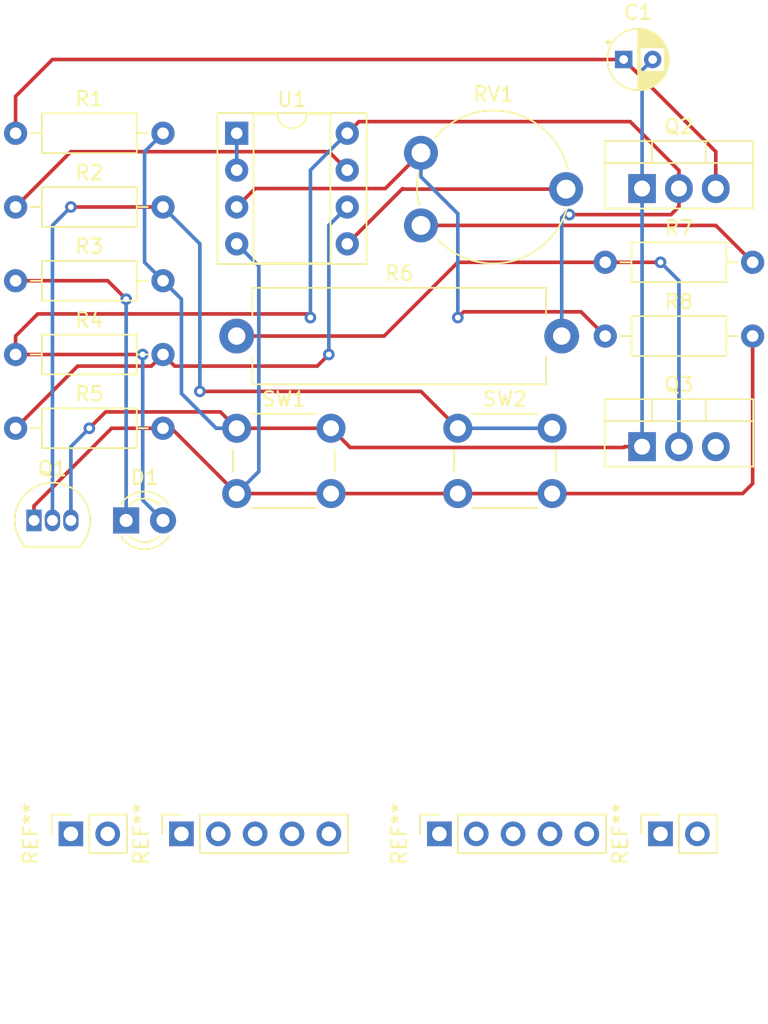
<source format=kicad_pcb>
(kicad_pcb (version 20171130) (host pcbnew "(5.1.5)-3")

  (general
    (thickness 1.6)
    (drawings 0)
    (tracks 116)
    (zones 0)
    (modules 21)
    (nets 14)
  )

  (page A4)
  (layers
    (0 F.Cu signal)
    (31 B.Cu signal)
    (32 B.Adhes user)
    (33 F.Adhes user)
    (34 B.Paste user)
    (35 F.Paste user)
    (36 B.SilkS user)
    (37 F.SilkS user)
    (38 B.Mask user)
    (39 F.Mask user)
    (40 Dwgs.User user)
    (41 Cmts.User user)
    (42 Eco1.User user)
    (43 Eco2.User user)
    (44 Edge.Cuts user)
    (45 Margin user)
    (46 B.CrtYd user)
    (47 F.CrtYd user)
    (48 B.Fab user)
    (49 F.Fab user)
  )

  (setup
    (last_trace_width 0.25)
    (trace_clearance 0.2)
    (zone_clearance 0.508)
    (zone_45_only no)
    (trace_min 0.2)
    (via_size 0.8)
    (via_drill 0.4)
    (via_min_size 0.4)
    (via_min_drill 0.3)
    (uvia_size 0.3)
    (uvia_drill 0.1)
    (uvias_allowed no)
    (uvia_min_size 0.2)
    (uvia_min_drill 0.1)
    (edge_width 0.1)
    (segment_width 0.2)
    (pcb_text_width 0.3)
    (pcb_text_size 1.5 1.5)
    (mod_edge_width 0.15)
    (mod_text_size 1 1)
    (mod_text_width 0.15)
    (pad_size 1.524 1.524)
    (pad_drill 0.762)
    (pad_to_mask_clearance 0)
    (aux_axis_origin 0 0)
    (visible_elements 7FFFFFFF)
    (pcbplotparams
      (layerselection 0x010fc_ffffffff)
      (usegerberextensions false)
      (usegerberattributes false)
      (usegerberadvancedattributes false)
      (creategerberjobfile false)
      (excludeedgelayer true)
      (linewidth 0.100000)
      (plotframeref false)
      (viasonmask false)
      (mode 1)
      (useauxorigin false)
      (hpglpennumber 1)
      (hpglpenspeed 20)
      (hpglpendiameter 15.000000)
      (psnegative false)
      (psa4output false)
      (plotreference true)
      (plotvalue true)
      (plotinvisibletext false)
      (padsonsilk false)
      (subtractmaskfromsilk false)
      (outputformat 1)
      (mirror false)
      (drillshape 1)
      (scaleselection 1)
      (outputdirectory ""))
  )

  (net 0 "")
  (net 1 "Net-(C1-Pad2)")
  (net 2 V_IN)
  (net 3 "Net-(D1-Pad2)")
  (net 4 "Net-(D1-Pad1)")
  (net 5 GND_IN)
  (net 6 "Net-(Q1-Pad2)")
  (net 7 "Net-(Q3-Pad2)")
  (net 8 "Net-(R2-Pad1)")
  (net 9 "Net-(R4-Pad2)")
  (net 10 "Net-(R7-Pad2)")
  (net 11 "Net-(R8-Pad1)")
  (net 12 "Net-(RV1-Pad2)")
  (net 13 "Net-(U1-Pad1)")

  (net_class Default "This is the default net class."
    (clearance 0.2)
    (trace_width 0.25)
    (via_dia 0.8)
    (via_drill 0.4)
    (uvia_dia 0.3)
    (uvia_drill 0.1)
    (add_net GND_IN)
    (add_net "Net-(C1-Pad2)")
    (add_net "Net-(D1-Pad1)")
    (add_net "Net-(D1-Pad2)")
    (add_net "Net-(Q1-Pad2)")
    (add_net "Net-(Q3-Pad2)")
    (add_net "Net-(R2-Pad1)")
    (add_net "Net-(R4-Pad2)")
    (add_net "Net-(R7-Pad2)")
    (add_net "Net-(R8-Pad1)")
    (add_net "Net-(RV1-Pad2)")
    (add_net "Net-(U1-Pad1)")
    (add_net V_IN)
    (add_net V_OUT)
  )

  (module Connector_PinSocket_2.54mm:PinSocket_1x02_P2.54mm_Vertical (layer F.Cu) (tedit 5A19A420) (tstamp 605524D3)
    (at 127 110.49 90)
    (descr "Through hole straight socket strip, 1x02, 2.54mm pitch, single row (from Kicad 4.0.7), script generated")
    (tags "Through hole socket strip THT 1x02 2.54mm single row")
    (fp_text reference REF** (at 0 -2.77 90) (layer F.SilkS)
      (effects (font (size 1 1) (thickness 0.15)))
    )
    (fp_text value PinSocket_1x02_P2.54mm_Vertical (at 0 5.31 90) (layer F.Fab)
      (effects (font (size 1 1) (thickness 0.15)))
    )
    (fp_text user %R (at 0 1.27) (layer F.Fab)
      (effects (font (size 1 1) (thickness 0.15)))
    )
    (fp_line (start -1.8 4.3) (end -1.8 -1.8) (layer F.CrtYd) (width 0.05))
    (fp_line (start 1.75 4.3) (end -1.8 4.3) (layer F.CrtYd) (width 0.05))
    (fp_line (start 1.75 -1.8) (end 1.75 4.3) (layer F.CrtYd) (width 0.05))
    (fp_line (start -1.8 -1.8) (end 1.75 -1.8) (layer F.CrtYd) (width 0.05))
    (fp_line (start 0 -1.33) (end 1.33 -1.33) (layer F.SilkS) (width 0.12))
    (fp_line (start 1.33 -1.33) (end 1.33 0) (layer F.SilkS) (width 0.12))
    (fp_line (start 1.33 1.27) (end 1.33 3.87) (layer F.SilkS) (width 0.12))
    (fp_line (start -1.33 3.87) (end 1.33 3.87) (layer F.SilkS) (width 0.12))
    (fp_line (start -1.33 1.27) (end -1.33 3.87) (layer F.SilkS) (width 0.12))
    (fp_line (start -1.33 1.27) (end 1.33 1.27) (layer F.SilkS) (width 0.12))
    (fp_line (start -1.27 3.81) (end -1.27 -1.27) (layer F.Fab) (width 0.1))
    (fp_line (start 1.27 3.81) (end -1.27 3.81) (layer F.Fab) (width 0.1))
    (fp_line (start 1.27 -0.635) (end 1.27 3.81) (layer F.Fab) (width 0.1))
    (fp_line (start 0.635 -1.27) (end 1.27 -0.635) (layer F.Fab) (width 0.1))
    (fp_line (start -1.27 -1.27) (end 0.635 -1.27) (layer F.Fab) (width 0.1))
    (pad 2 thru_hole oval (at 0 2.54 90) (size 1.7 1.7) (drill 1) (layers *.Cu *.Mask))
    (pad 1 thru_hole rect (at 0 0 90) (size 1.7 1.7) (drill 1) (layers *.Cu *.Mask))
    (model ${KISYS3DMOD}/Connector_PinSocket_2.54mm.3dshapes/PinSocket_1x02_P2.54mm_Vertical.wrl
      (at (xyz 0 0 0))
      (scale (xyz 1 1 1))
      (rotate (xyz 0 0 0))
    )
  )

  (module Connector_PinSocket_2.54mm:PinSocket_1x02_P2.54mm_Vertical (layer F.Cu) (tedit 5A19A420) (tstamp 60552469)
    (at 167.64 110.49 90)
    (descr "Through hole straight socket strip, 1x02, 2.54mm pitch, single row (from Kicad 4.0.7), script generated")
    (tags "Through hole socket strip THT 1x02 2.54mm single row")
    (fp_text reference REF** (at 0 -2.77 90) (layer F.SilkS)
      (effects (font (size 1 1) (thickness 0.15)))
    )
    (fp_text value PinSocket_1x02_P2.54mm_Vertical (at 0 5.31 90) (layer F.Fab)
      (effects (font (size 1 1) (thickness 0.15)))
    )
    (fp_text user %R (at 0 1.27) (layer F.Fab)
      (effects (font (size 1 1) (thickness 0.15)))
    )
    (fp_line (start -1.8 4.3) (end -1.8 -1.8) (layer F.CrtYd) (width 0.05))
    (fp_line (start 1.75 4.3) (end -1.8 4.3) (layer F.CrtYd) (width 0.05))
    (fp_line (start 1.75 -1.8) (end 1.75 4.3) (layer F.CrtYd) (width 0.05))
    (fp_line (start -1.8 -1.8) (end 1.75 -1.8) (layer F.CrtYd) (width 0.05))
    (fp_line (start 0 -1.33) (end 1.33 -1.33) (layer F.SilkS) (width 0.12))
    (fp_line (start 1.33 -1.33) (end 1.33 0) (layer F.SilkS) (width 0.12))
    (fp_line (start 1.33 1.27) (end 1.33 3.87) (layer F.SilkS) (width 0.12))
    (fp_line (start -1.33 3.87) (end 1.33 3.87) (layer F.SilkS) (width 0.12))
    (fp_line (start -1.33 1.27) (end -1.33 3.87) (layer F.SilkS) (width 0.12))
    (fp_line (start -1.33 1.27) (end 1.33 1.27) (layer F.SilkS) (width 0.12))
    (fp_line (start -1.27 3.81) (end -1.27 -1.27) (layer F.Fab) (width 0.1))
    (fp_line (start 1.27 3.81) (end -1.27 3.81) (layer F.Fab) (width 0.1))
    (fp_line (start 1.27 -0.635) (end 1.27 3.81) (layer F.Fab) (width 0.1))
    (fp_line (start 0.635 -1.27) (end 1.27 -0.635) (layer F.Fab) (width 0.1))
    (fp_line (start -1.27 -1.27) (end 0.635 -1.27) (layer F.Fab) (width 0.1))
    (pad 2 thru_hole oval (at 0 2.54 90) (size 1.7 1.7) (drill 1) (layers *.Cu *.Mask))
    (pad 1 thru_hole rect (at 0 0 90) (size 1.7 1.7) (drill 1) (layers *.Cu *.Mask))
    (model ${KISYS3DMOD}/Connector_PinSocket_2.54mm.3dshapes/PinSocket_1x02_P2.54mm_Vertical.wrl
      (at (xyz 0 0 0))
      (scale (xyz 1 1 1))
      (rotate (xyz 0 0 0))
    )
  )

  (module Connector_PinSocket_2.54mm:PinSocket_1x05_P2.54mm_Vertical (layer F.Cu) (tedit 5A19A420) (tstamp 605523B1)
    (at 152.4 110.49 90)
    (descr "Through hole straight socket strip, 1x05, 2.54mm pitch, single row (from Kicad 4.0.7), script generated")
    (tags "Through hole socket strip THT 1x05 2.54mm single row")
    (fp_text reference REF** (at 0 -2.77 90) (layer F.SilkS)
      (effects (font (size 1 1) (thickness 0.15)))
    )
    (fp_text value PinSocket_1x05_P2.54mm_Vertical (at 0 12.93 90) (layer F.Fab)
      (effects (font (size 1 1) (thickness 0.15)))
    )
    (fp_line (start -1.27 -1.27) (end 0.635 -1.27) (layer F.Fab) (width 0.1))
    (fp_line (start 0.635 -1.27) (end 1.27 -0.635) (layer F.Fab) (width 0.1))
    (fp_line (start 1.27 -0.635) (end 1.27 11.43) (layer F.Fab) (width 0.1))
    (fp_line (start 1.27 11.43) (end -1.27 11.43) (layer F.Fab) (width 0.1))
    (fp_line (start -1.27 11.43) (end -1.27 -1.27) (layer F.Fab) (width 0.1))
    (fp_line (start -1.33 1.27) (end 1.33 1.27) (layer F.SilkS) (width 0.12))
    (fp_line (start -1.33 1.27) (end -1.33 11.49) (layer F.SilkS) (width 0.12))
    (fp_line (start -1.33 11.49) (end 1.33 11.49) (layer F.SilkS) (width 0.12))
    (fp_line (start 1.33 1.27) (end 1.33 11.49) (layer F.SilkS) (width 0.12))
    (fp_line (start 1.33 -1.33) (end 1.33 0) (layer F.SilkS) (width 0.12))
    (fp_line (start 0 -1.33) (end 1.33 -1.33) (layer F.SilkS) (width 0.12))
    (fp_line (start -1.8 -1.8) (end 1.75 -1.8) (layer F.CrtYd) (width 0.05))
    (fp_line (start 1.75 -1.8) (end 1.75 11.9) (layer F.CrtYd) (width 0.05))
    (fp_line (start 1.75 11.9) (end -1.8 11.9) (layer F.CrtYd) (width 0.05))
    (fp_line (start -1.8 11.9) (end -1.8 -1.8) (layer F.CrtYd) (width 0.05))
    (fp_text user %R (at 0 5.08) (layer F.Fab)
      (effects (font (size 1 1) (thickness 0.15)))
    )
    (pad 1 thru_hole rect (at 0 0 90) (size 1.7 1.7) (drill 1) (layers *.Cu *.Mask))
    (pad 2 thru_hole oval (at 0 2.54 90) (size 1.7 1.7) (drill 1) (layers *.Cu *.Mask))
    (pad 3 thru_hole oval (at 0 5.08 90) (size 1.7 1.7) (drill 1) (layers *.Cu *.Mask))
    (pad 4 thru_hole oval (at 0 7.62 90) (size 1.7 1.7) (drill 1) (layers *.Cu *.Mask))
    (pad 5 thru_hole oval (at 0 10.16 90) (size 1.7 1.7) (drill 1) (layers *.Cu *.Mask))
    (model ${KISYS3DMOD}/Connector_PinSocket_2.54mm.3dshapes/PinSocket_1x05_P2.54mm_Vertical.wrl
      (at (xyz 0 0 0))
      (scale (xyz 1 1 1))
      (rotate (xyz 0 0 0))
    )
  )

  (module Connector_PinSocket_2.54mm:PinSocket_1x05_P2.54mm_Vertical (layer F.Cu) (tedit 5A19A420) (tstamp 6055237E)
    (at 134.62 110.49 90)
    (descr "Through hole straight socket strip, 1x05, 2.54mm pitch, single row (from Kicad 4.0.7), script generated")
    (tags "Through hole socket strip THT 1x05 2.54mm single row")
    (fp_text reference REF** (at 0 -2.77 90) (layer F.SilkS)
      (effects (font (size 1 1) (thickness 0.15)))
    )
    (fp_text value PinSocket_1x05_P2.54mm_Vertical (at 0 12.93 90) (layer F.Fab)
      (effects (font (size 1 1) (thickness 0.15)))
    )
    (fp_text user %R (at 0 5.08) (layer F.Fab)
      (effects (font (size 1 1) (thickness 0.15)))
    )
    (fp_line (start -1.8 11.9) (end -1.8 -1.8) (layer F.CrtYd) (width 0.05))
    (fp_line (start 1.75 11.9) (end -1.8 11.9) (layer F.CrtYd) (width 0.05))
    (fp_line (start 1.75 -1.8) (end 1.75 11.9) (layer F.CrtYd) (width 0.05))
    (fp_line (start -1.8 -1.8) (end 1.75 -1.8) (layer F.CrtYd) (width 0.05))
    (fp_line (start 0 -1.33) (end 1.33 -1.33) (layer F.SilkS) (width 0.12))
    (fp_line (start 1.33 -1.33) (end 1.33 0) (layer F.SilkS) (width 0.12))
    (fp_line (start 1.33 1.27) (end 1.33 11.49) (layer F.SilkS) (width 0.12))
    (fp_line (start -1.33 11.49) (end 1.33 11.49) (layer F.SilkS) (width 0.12))
    (fp_line (start -1.33 1.27) (end -1.33 11.49) (layer F.SilkS) (width 0.12))
    (fp_line (start -1.33 1.27) (end 1.33 1.27) (layer F.SilkS) (width 0.12))
    (fp_line (start -1.27 11.43) (end -1.27 -1.27) (layer F.Fab) (width 0.1))
    (fp_line (start 1.27 11.43) (end -1.27 11.43) (layer F.Fab) (width 0.1))
    (fp_line (start 1.27 -0.635) (end 1.27 11.43) (layer F.Fab) (width 0.1))
    (fp_line (start 0.635 -1.27) (end 1.27 -0.635) (layer F.Fab) (width 0.1))
    (fp_line (start -1.27 -1.27) (end 0.635 -1.27) (layer F.Fab) (width 0.1))
    (pad 5 thru_hole oval (at 0 10.16 90) (size 1.7 1.7) (drill 1) (layers *.Cu *.Mask))
    (pad 4 thru_hole oval (at 0 7.62 90) (size 1.7 1.7) (drill 1) (layers *.Cu *.Mask))
    (pad 3 thru_hole oval (at 0 5.08 90) (size 1.7 1.7) (drill 1) (layers *.Cu *.Mask))
    (pad 2 thru_hole oval (at 0 2.54 90) (size 1.7 1.7) (drill 1) (layers *.Cu *.Mask))
    (pad 1 thru_hole rect (at 0 0 90) (size 1.7 1.7) (drill 1) (layers *.Cu *.Mask))
    (model ${KISYS3DMOD}/Connector_PinSocket_2.54mm.3dshapes/PinSocket_1x05_P2.54mm_Vertical.wrl
      (at (xyz 0 0 0))
      (scale (xyz 1 1 1))
      (rotate (xyz 0 0 0))
    )
  )

  (module Resistor_THT:R_Axial_Power_L20.0mm_W6.4mm_P22.40mm (layer F.Cu) (tedit 5AE5139B) (tstamp 6054C314)
    (at 138.43 76.2)
    (descr "Resistor, Axial_Power series, Box, pin pitch=22.4mm, 4W, length*width*height=20*6.4*6.4mm^3, http://cdn-reichelt.de/documents/datenblatt/B400/5WAXIAL_9WAXIAL_11WAXIAL_17WAXIAL%23YAG.pdf")
    (tags "Resistor Axial_Power series Box pin pitch 22.4mm 4W length 20mm width 6.4mm height 6.4mm")
    (path /60544B95)
    (fp_text reference R6 (at 11.2 -4.32) (layer F.SilkS)
      (effects (font (size 1 1) (thickness 0.15)))
    )
    (fp_text value 1 (at 11.2 4.32) (layer F.Fab)
      (effects (font (size 1 1) (thickness 0.15)))
    )
    (fp_text user %R (at 11.2 0) (layer F.Fab)
      (effects (font (size 1 1) (thickness 0.15)))
    )
    (fp_line (start 23.85 -3.45) (end -1.45 -3.45) (layer F.CrtYd) (width 0.05))
    (fp_line (start 23.85 3.45) (end 23.85 -3.45) (layer F.CrtYd) (width 0.05))
    (fp_line (start -1.45 3.45) (end 23.85 3.45) (layer F.CrtYd) (width 0.05))
    (fp_line (start -1.45 -3.45) (end -1.45 3.45) (layer F.CrtYd) (width 0.05))
    (fp_line (start 21.32 3.32) (end 21.32 1.44) (layer F.SilkS) (width 0.12))
    (fp_line (start 1.08 3.32) (end 21.32 3.32) (layer F.SilkS) (width 0.12))
    (fp_line (start 1.08 1.44) (end 1.08 3.32) (layer F.SilkS) (width 0.12))
    (fp_line (start 21.32 -3.32) (end 21.32 -1.44) (layer F.SilkS) (width 0.12))
    (fp_line (start 1.08 -3.32) (end 21.32 -3.32) (layer F.SilkS) (width 0.12))
    (fp_line (start 1.08 -1.44) (end 1.08 -3.32) (layer F.SilkS) (width 0.12))
    (fp_line (start 22.4 0) (end 21.2 0) (layer F.Fab) (width 0.1))
    (fp_line (start 0 0) (end 1.2 0) (layer F.Fab) (width 0.1))
    (fp_line (start 21.2 -3.2) (end 1.2 -3.2) (layer F.Fab) (width 0.1))
    (fp_line (start 21.2 3.2) (end 21.2 -3.2) (layer F.Fab) (width 0.1))
    (fp_line (start 1.2 3.2) (end 21.2 3.2) (layer F.Fab) (width 0.1))
    (fp_line (start 1.2 -3.2) (end 1.2 3.2) (layer F.Fab) (width 0.1))
    (pad 2 thru_hole oval (at 22.4 0) (size 2.4 2.4) (drill 1.2) (layers *.Cu *.Mask)
      (net 3 "Net-(D1-Pad2)"))
    (pad 1 thru_hole circle (at 0 0) (size 2.4 2.4) (drill 1.2) (layers *.Cu *.Mask)
      (net 7 "Net-(Q3-Pad2)"))
    (model ${KISYS3DMOD}/Resistor_THT.3dshapes/R_Axial_Power_L20.0mm_W6.4mm_P22.40mm.wrl
      (at (xyz 0 0 0))
      (scale (xyz 1 1 1))
      (rotate (xyz 0 0 0))
    )
  )

  (module Potentiometer_THT:Potentiometer_Piher_PT-10-V10_Vertical (layer F.Cu) (tedit 5A3D4993) (tstamp 60551AAC)
    (at 151.13 68.58)
    (descr "Potentiometer, vertical, Piher PT-10-V10, http://www.piher-nacesa.com/pdf/12-PT10v03.pdf")
    (tags "Potentiometer vertical Piher PT-10-V10")
    (path /6053536C)
    (fp_text reference RV1 (at 5 -9.05) (layer F.SilkS)
      (effects (font (size 1 1) (thickness 0.15)))
    )
    (fp_text value 10K (at 5 3.75) (layer F.Fab)
      (effects (font (size 1 1) (thickness 0.15)))
    )
    (fp_text user %R (at 1.05 -2.65 90) (layer F.Fab)
      (effects (font (size 1 1) (thickness 0.15)))
    )
    (fp_line (start 11.45 -8.05) (end -1.45 -8.05) (layer F.CrtYd) (width 0.05))
    (fp_line (start 11.45 2.75) (end 11.45 -8.05) (layer F.CrtYd) (width 0.05))
    (fp_line (start -1.45 2.75) (end 11.45 2.75) (layer F.CrtYd) (width 0.05))
    (fp_line (start -1.45 -8.05) (end -1.45 2.75) (layer F.CrtYd) (width 0.05))
    (fp_circle (center 5 -2.65) (end 6.5 -2.65) (layer F.Fab) (width 0.1))
    (fp_circle (center 5 -2.65) (end 10.15 -2.65) (layer F.Fab) (width 0.1))
    (fp_arc (start 5 -2.65) (end 1.209 1.011) (angle -47) (layer F.SilkS) (width 0.12))
    (fp_arc (start 5 -2.65) (end -0.174 -3.656) (angle -25) (layer F.SilkS) (width 0.12))
    (fp_arc (start 5 -2.65) (end 10.114 -3.924) (angle -126) (layer F.SilkS) (width 0.12))
    (fp_arc (start 5 -2.65) (end 5 2.62) (angle -73) (layer F.SilkS) (width 0.12))
    (pad 1 thru_hole circle (at 0 0) (size 2.34 2.34) (drill 1.3) (layers *.Cu *.Mask)
      (net 10 "Net-(R7-Pad2)"))
    (pad 2 thru_hole circle (at 10 -2.5) (size 2.34 2.34) (drill 1.3) (layers *.Cu *.Mask)
      (net 12 "Net-(RV1-Pad2)"))
    (pad 3 thru_hole circle (at 0 -5) (size 2.34 2.34) (drill 1.3) (layers *.Cu *.Mask)
      (net 11 "Net-(R8-Pad1)"))
    (model ${KISYS3DMOD}/Potentiometer_THT.3dshapes/Potentiometer_Piher_PT-10-V10_Vertical.wrl
      (at (xyz 0 0 0))
      (scale (xyz 1 1 1))
      (rotate (xyz 0 0 0))
    )
  )

  (module Package_DIP:DIP-8_W7.62mm_Socket (layer F.Cu) (tedit 5A02E8C5) (tstamp 6054C3BB)
    (at 138.43 62.23)
    (descr "8-lead though-hole mounted DIP package, row spacing 7.62 mm (300 mils), Socket")
    (tags "THT DIP DIL PDIP 2.54mm 7.62mm 300mil Socket")
    (path /6052A329)
    (fp_text reference U1 (at 3.81 -2.33) (layer F.SilkS)
      (effects (font (size 1 1) (thickness 0.15)))
    )
    (fp_text value TL072 (at 3.81 9.95) (layer F.Fab)
      (effects (font (size 1 1) (thickness 0.15)))
    )
    (fp_text user %R (at 3.81 3.81) (layer F.Fab)
      (effects (font (size 1 1) (thickness 0.15)))
    )
    (fp_line (start 9.15 -1.6) (end -1.55 -1.6) (layer F.CrtYd) (width 0.05))
    (fp_line (start 9.15 9.2) (end 9.15 -1.6) (layer F.CrtYd) (width 0.05))
    (fp_line (start -1.55 9.2) (end 9.15 9.2) (layer F.CrtYd) (width 0.05))
    (fp_line (start -1.55 -1.6) (end -1.55 9.2) (layer F.CrtYd) (width 0.05))
    (fp_line (start 8.95 -1.39) (end -1.33 -1.39) (layer F.SilkS) (width 0.12))
    (fp_line (start 8.95 9.01) (end 8.95 -1.39) (layer F.SilkS) (width 0.12))
    (fp_line (start -1.33 9.01) (end 8.95 9.01) (layer F.SilkS) (width 0.12))
    (fp_line (start -1.33 -1.39) (end -1.33 9.01) (layer F.SilkS) (width 0.12))
    (fp_line (start 6.46 -1.33) (end 4.81 -1.33) (layer F.SilkS) (width 0.12))
    (fp_line (start 6.46 8.95) (end 6.46 -1.33) (layer F.SilkS) (width 0.12))
    (fp_line (start 1.16 8.95) (end 6.46 8.95) (layer F.SilkS) (width 0.12))
    (fp_line (start 1.16 -1.33) (end 1.16 8.95) (layer F.SilkS) (width 0.12))
    (fp_line (start 2.81 -1.33) (end 1.16 -1.33) (layer F.SilkS) (width 0.12))
    (fp_line (start 8.89 -1.33) (end -1.27 -1.33) (layer F.Fab) (width 0.1))
    (fp_line (start 8.89 8.95) (end 8.89 -1.33) (layer F.Fab) (width 0.1))
    (fp_line (start -1.27 8.95) (end 8.89 8.95) (layer F.Fab) (width 0.1))
    (fp_line (start -1.27 -1.33) (end -1.27 8.95) (layer F.Fab) (width 0.1))
    (fp_line (start 0.635 -0.27) (end 1.635 -1.27) (layer F.Fab) (width 0.1))
    (fp_line (start 0.635 8.89) (end 0.635 -0.27) (layer F.Fab) (width 0.1))
    (fp_line (start 6.985 8.89) (end 0.635 8.89) (layer F.Fab) (width 0.1))
    (fp_line (start 6.985 -1.27) (end 6.985 8.89) (layer F.Fab) (width 0.1))
    (fp_line (start 1.635 -1.27) (end 6.985 -1.27) (layer F.Fab) (width 0.1))
    (fp_arc (start 3.81 -1.33) (end 2.81 -1.33) (angle -180) (layer F.SilkS) (width 0.12))
    (pad 8 thru_hole oval (at 7.62 0) (size 1.6 1.6) (drill 0.8) (layers *.Cu *.Mask)
      (net 3 "Net-(D1-Pad2)"))
    (pad 4 thru_hole oval (at 0 7.62) (size 1.6 1.6) (drill 0.8) (layers *.Cu *.Mask)
      (net 5 GND_IN))
    (pad 7 thru_hole oval (at 7.62 2.54) (size 1.6 1.6) (drill 0.8) (layers *.Cu *.Mask)
      (net 8 "Net-(R2-Pad1)"))
    (pad 3 thru_hole oval (at 0 5.08) (size 1.6 1.6) (drill 0.8) (layers *.Cu *.Mask)
      (net 11 "Net-(R8-Pad1)"))
    (pad 6 thru_hole oval (at 7.62 5.08) (size 1.6 1.6) (drill 0.8) (layers *.Cu *.Mask)
      (net 9 "Net-(R4-Pad2)"))
    (pad 2 thru_hole oval (at 0 2.54) (size 1.6 1.6) (drill 0.8) (layers *.Cu *.Mask)
      (net 13 "Net-(U1-Pad1)"))
    (pad 5 thru_hole oval (at 7.62 7.62) (size 1.6 1.6) (drill 0.8) (layers *.Cu *.Mask)
      (net 12 "Net-(RV1-Pad2)"))
    (pad 1 thru_hole rect (at 0 0) (size 1.6 1.6) (drill 0.8) (layers *.Cu *.Mask)
      (net 13 "Net-(U1-Pad1)"))
    (model ${KISYS3DMOD}/Package_DIP.3dshapes/DIP-8_W7.62mm_Socket.wrl
      (at (xyz 0 0 0))
      (scale (xyz 1 1 1))
      (rotate (xyz 0 0 0))
    )
  )

  (module Button_Switch_THT:SW_PUSH_6mm (layer F.Cu) (tedit 5A02FE31) (tstamp 6054C397)
    (at 153.67 82.55)
    (descr https://www.omron.com/ecb/products/pdf/en-b3f.pdf)
    (tags "tact sw push 6mm")
    (path /605373E3)
    (fp_text reference SW2 (at 3.25 -2) (layer F.SilkS)
      (effects (font (size 1 1) (thickness 0.15)))
    )
    (fp_text value SW_Push (at 3.75 6.7) (layer F.Fab)
      (effects (font (size 1 1) (thickness 0.15)))
    )
    (fp_circle (center 3.25 2.25) (end 1.25 2.5) (layer F.Fab) (width 0.1))
    (fp_line (start 6.75 3) (end 6.75 1.5) (layer F.SilkS) (width 0.12))
    (fp_line (start 5.5 -1) (end 1 -1) (layer F.SilkS) (width 0.12))
    (fp_line (start -0.25 1.5) (end -0.25 3) (layer F.SilkS) (width 0.12))
    (fp_line (start 1 5.5) (end 5.5 5.5) (layer F.SilkS) (width 0.12))
    (fp_line (start 8 -1.25) (end 8 5.75) (layer F.CrtYd) (width 0.05))
    (fp_line (start 7.75 6) (end -1.25 6) (layer F.CrtYd) (width 0.05))
    (fp_line (start -1.5 5.75) (end -1.5 -1.25) (layer F.CrtYd) (width 0.05))
    (fp_line (start -1.25 -1.5) (end 7.75 -1.5) (layer F.CrtYd) (width 0.05))
    (fp_line (start -1.5 6) (end -1.25 6) (layer F.CrtYd) (width 0.05))
    (fp_line (start -1.5 5.75) (end -1.5 6) (layer F.CrtYd) (width 0.05))
    (fp_line (start -1.5 -1.5) (end -1.25 -1.5) (layer F.CrtYd) (width 0.05))
    (fp_line (start -1.5 -1.25) (end -1.5 -1.5) (layer F.CrtYd) (width 0.05))
    (fp_line (start 8 -1.5) (end 8 -1.25) (layer F.CrtYd) (width 0.05))
    (fp_line (start 7.75 -1.5) (end 8 -1.5) (layer F.CrtYd) (width 0.05))
    (fp_line (start 8 6) (end 8 5.75) (layer F.CrtYd) (width 0.05))
    (fp_line (start 7.75 6) (end 8 6) (layer F.CrtYd) (width 0.05))
    (fp_line (start 0.25 -0.75) (end 3.25 -0.75) (layer F.Fab) (width 0.1))
    (fp_line (start 0.25 5.25) (end 0.25 -0.75) (layer F.Fab) (width 0.1))
    (fp_line (start 6.25 5.25) (end 0.25 5.25) (layer F.Fab) (width 0.1))
    (fp_line (start 6.25 -0.75) (end 6.25 5.25) (layer F.Fab) (width 0.1))
    (fp_line (start 3.25 -0.75) (end 6.25 -0.75) (layer F.Fab) (width 0.1))
    (fp_text user %R (at 3.25 2.25) (layer F.Fab)
      (effects (font (size 1 1) (thickness 0.15)))
    )
    (pad 1 thru_hole circle (at 6.5 0 90) (size 2 2) (drill 1.1) (layers *.Cu *.Mask)
      (net 6 "Net-(Q1-Pad2)"))
    (pad 2 thru_hole circle (at 6.5 4.5 90) (size 2 2) (drill 1.1) (layers *.Cu *.Mask)
      (net 5 GND_IN))
    (pad 1 thru_hole circle (at 0 0 90) (size 2 2) (drill 1.1) (layers *.Cu *.Mask)
      (net 6 "Net-(Q1-Pad2)"))
    (pad 2 thru_hole circle (at 0 4.5 90) (size 2 2) (drill 1.1) (layers *.Cu *.Mask)
      (net 5 GND_IN))
    (model ${KISYS3DMOD}/Button_Switch_THT.3dshapes/SW_PUSH_6mm.wrl
      (at (xyz 0 0 0))
      (scale (xyz 1 1 1))
      (rotate (xyz 0 0 0))
    )
  )

  (module Button_Switch_THT:SW_PUSH_6mm (layer F.Cu) (tedit 5A02FE31) (tstamp 6054C378)
    (at 138.43 82.55)
    (descr https://www.omron.com/ecb/products/pdf/en-b3f.pdf)
    (tags "tact sw push 6mm")
    (path /60534407)
    (fp_text reference SW1 (at 3.25 -2) (layer F.SilkS)
      (effects (font (size 1 1) (thickness 0.15)))
    )
    (fp_text value SW_Push (at 3.75 6.7) (layer F.Fab)
      (effects (font (size 1 1) (thickness 0.15)))
    )
    (fp_circle (center 3.25 2.25) (end 1.25 2.5) (layer F.Fab) (width 0.1))
    (fp_line (start 6.75 3) (end 6.75 1.5) (layer F.SilkS) (width 0.12))
    (fp_line (start 5.5 -1) (end 1 -1) (layer F.SilkS) (width 0.12))
    (fp_line (start -0.25 1.5) (end -0.25 3) (layer F.SilkS) (width 0.12))
    (fp_line (start 1 5.5) (end 5.5 5.5) (layer F.SilkS) (width 0.12))
    (fp_line (start 8 -1.25) (end 8 5.75) (layer F.CrtYd) (width 0.05))
    (fp_line (start 7.75 6) (end -1.25 6) (layer F.CrtYd) (width 0.05))
    (fp_line (start -1.5 5.75) (end -1.5 -1.25) (layer F.CrtYd) (width 0.05))
    (fp_line (start -1.25 -1.5) (end 7.75 -1.5) (layer F.CrtYd) (width 0.05))
    (fp_line (start -1.5 6) (end -1.25 6) (layer F.CrtYd) (width 0.05))
    (fp_line (start -1.5 5.75) (end -1.5 6) (layer F.CrtYd) (width 0.05))
    (fp_line (start -1.5 -1.5) (end -1.25 -1.5) (layer F.CrtYd) (width 0.05))
    (fp_line (start -1.5 -1.25) (end -1.5 -1.5) (layer F.CrtYd) (width 0.05))
    (fp_line (start 8 -1.5) (end 8 -1.25) (layer F.CrtYd) (width 0.05))
    (fp_line (start 7.75 -1.5) (end 8 -1.5) (layer F.CrtYd) (width 0.05))
    (fp_line (start 8 6) (end 8 5.75) (layer F.CrtYd) (width 0.05))
    (fp_line (start 7.75 6) (end 8 6) (layer F.CrtYd) (width 0.05))
    (fp_line (start 0.25 -0.75) (end 3.25 -0.75) (layer F.Fab) (width 0.1))
    (fp_line (start 0.25 5.25) (end 0.25 -0.75) (layer F.Fab) (width 0.1))
    (fp_line (start 6.25 5.25) (end 0.25 5.25) (layer F.Fab) (width 0.1))
    (fp_line (start 6.25 -0.75) (end 6.25 5.25) (layer F.Fab) (width 0.1))
    (fp_line (start 3.25 -0.75) (end 6.25 -0.75) (layer F.Fab) (width 0.1))
    (fp_text user %R (at 3.25 2.25) (layer F.Fab)
      (effects (font (size 1 1) (thickness 0.15)))
    )
    (pad 1 thru_hole circle (at 6.5 0 90) (size 2 2) (drill 1.1) (layers *.Cu *.Mask)
      (net 1 "Net-(C1-Pad2)"))
    (pad 2 thru_hole circle (at 6.5 4.5 90) (size 2 2) (drill 1.1) (layers *.Cu *.Mask)
      (net 5 GND_IN))
    (pad 1 thru_hole circle (at 0 0 90) (size 2 2) (drill 1.1) (layers *.Cu *.Mask)
      (net 1 "Net-(C1-Pad2)"))
    (pad 2 thru_hole circle (at 0 4.5 90) (size 2 2) (drill 1.1) (layers *.Cu *.Mask)
      (net 5 GND_IN))
    (model ${KISYS3DMOD}/Button_Switch_THT.3dshapes/SW_PUSH_6mm.wrl
      (at (xyz 0 0 0))
      (scale (xyz 1 1 1))
      (rotate (xyz 0 0 0))
    )
  )

  (module Resistor_THT:R_Axial_DIN0207_L6.3mm_D2.5mm_P10.16mm_Horizontal (layer F.Cu) (tedit 5AE5139B) (tstamp 6055294C)
    (at 163.83 76.2)
    (descr "Resistor, Axial_DIN0207 series, Axial, Horizontal, pin pitch=10.16mm, 0.25W = 1/4W, length*diameter=6.3*2.5mm^2, http://cdn-reichelt.de/documents/datenblatt/B400/1_4W%23YAG.pdf")
    (tags "Resistor Axial_DIN0207 series Axial Horizontal pin pitch 10.16mm 0.25W = 1/4W length 6.3mm diameter 2.5mm")
    (path /60536995)
    (fp_text reference R8 (at 5.08 -2.37) (layer F.SilkS)
      (effects (font (size 1 1) (thickness 0.15)))
    )
    (fp_text value 47K (at 5.08 2.37) (layer F.Fab)
      (effects (font (size 1 1) (thickness 0.15)))
    )
    (fp_text user %R (at 5.08 0) (layer F.Fab)
      (effects (font (size 1 1) (thickness 0.15)))
    )
    (fp_line (start 11.21 -1.5) (end -1.05 -1.5) (layer F.CrtYd) (width 0.05))
    (fp_line (start 11.21 1.5) (end 11.21 -1.5) (layer F.CrtYd) (width 0.05))
    (fp_line (start -1.05 1.5) (end 11.21 1.5) (layer F.CrtYd) (width 0.05))
    (fp_line (start -1.05 -1.5) (end -1.05 1.5) (layer F.CrtYd) (width 0.05))
    (fp_line (start 9.12 0) (end 8.35 0) (layer F.SilkS) (width 0.12))
    (fp_line (start 1.04 0) (end 1.81 0) (layer F.SilkS) (width 0.12))
    (fp_line (start 8.35 -1.37) (end 1.81 -1.37) (layer F.SilkS) (width 0.12))
    (fp_line (start 8.35 1.37) (end 8.35 -1.37) (layer F.SilkS) (width 0.12))
    (fp_line (start 1.81 1.37) (end 8.35 1.37) (layer F.SilkS) (width 0.12))
    (fp_line (start 1.81 -1.37) (end 1.81 1.37) (layer F.SilkS) (width 0.12))
    (fp_line (start 10.16 0) (end 8.23 0) (layer F.Fab) (width 0.1))
    (fp_line (start 0 0) (end 1.93 0) (layer F.Fab) (width 0.1))
    (fp_line (start 8.23 -1.25) (end 1.93 -1.25) (layer F.Fab) (width 0.1))
    (fp_line (start 8.23 1.25) (end 8.23 -1.25) (layer F.Fab) (width 0.1))
    (fp_line (start 1.93 1.25) (end 8.23 1.25) (layer F.Fab) (width 0.1))
    (fp_line (start 1.93 -1.25) (end 1.93 1.25) (layer F.Fab) (width 0.1))
    (pad 2 thru_hole oval (at 10.16 0) (size 1.6 1.6) (drill 0.8) (layers *.Cu *.Mask)
      (net 5 GND_IN))
    (pad 1 thru_hole circle (at 0 0) (size 1.6 1.6) (drill 0.8) (layers *.Cu *.Mask)
      (net 11 "Net-(R8-Pad1)"))
    (model ${KISYS3DMOD}/Resistor_THT.3dshapes/R_Axial_DIN0207_L6.3mm_D2.5mm_P10.16mm_Horizontal.wrl
      (at (xyz 0 0 0))
      (scale (xyz 1 1 1))
      (rotate (xyz 0 0 0))
    )
  )

  (module Resistor_THT:R_Axial_DIN0207_L6.3mm_D2.5mm_P10.16mm_Horizontal (layer F.Cu) (tedit 5AE5139B) (tstamp 6054C32B)
    (at 163.83 71.12)
    (descr "Resistor, Axial_DIN0207 series, Axial, Horizontal, pin pitch=10.16mm, 0.25W = 1/4W, length*diameter=6.3*2.5mm^2, http://cdn-reichelt.de/documents/datenblatt/B400/1_4W%23YAG.pdf")
    (tags "Resistor Axial_DIN0207 series Axial Horizontal pin pitch 10.16mm 0.25W = 1/4W length 6.3mm diameter 2.5mm")
    (path /60536704)
    (fp_text reference R7 (at 5.08 -2.37) (layer F.SilkS)
      (effects (font (size 1 1) (thickness 0.15)))
    )
    (fp_text value 47K (at 5.08 2.37) (layer F.Fab)
      (effects (font (size 1 1) (thickness 0.15)))
    )
    (fp_text user %R (at 5.08 0) (layer F.Fab)
      (effects (font (size 1 1) (thickness 0.15)))
    )
    (fp_line (start 11.21 -1.5) (end -1.05 -1.5) (layer F.CrtYd) (width 0.05))
    (fp_line (start 11.21 1.5) (end 11.21 -1.5) (layer F.CrtYd) (width 0.05))
    (fp_line (start -1.05 1.5) (end 11.21 1.5) (layer F.CrtYd) (width 0.05))
    (fp_line (start -1.05 -1.5) (end -1.05 1.5) (layer F.CrtYd) (width 0.05))
    (fp_line (start 9.12 0) (end 8.35 0) (layer F.SilkS) (width 0.12))
    (fp_line (start 1.04 0) (end 1.81 0) (layer F.SilkS) (width 0.12))
    (fp_line (start 8.35 -1.37) (end 1.81 -1.37) (layer F.SilkS) (width 0.12))
    (fp_line (start 8.35 1.37) (end 8.35 -1.37) (layer F.SilkS) (width 0.12))
    (fp_line (start 1.81 1.37) (end 8.35 1.37) (layer F.SilkS) (width 0.12))
    (fp_line (start 1.81 -1.37) (end 1.81 1.37) (layer F.SilkS) (width 0.12))
    (fp_line (start 10.16 0) (end 8.23 0) (layer F.Fab) (width 0.1))
    (fp_line (start 0 0) (end 1.93 0) (layer F.Fab) (width 0.1))
    (fp_line (start 8.23 -1.25) (end 1.93 -1.25) (layer F.Fab) (width 0.1))
    (fp_line (start 8.23 1.25) (end 8.23 -1.25) (layer F.Fab) (width 0.1))
    (fp_line (start 1.93 1.25) (end 8.23 1.25) (layer F.Fab) (width 0.1))
    (fp_line (start 1.93 -1.25) (end 1.93 1.25) (layer F.Fab) (width 0.1))
    (pad 2 thru_hole oval (at 10.16 0) (size 1.6 1.6) (drill 0.8) (layers *.Cu *.Mask)
      (net 10 "Net-(R7-Pad2)"))
    (pad 1 thru_hole circle (at 0 0) (size 1.6 1.6) (drill 0.8) (layers *.Cu *.Mask)
      (net 7 "Net-(Q3-Pad2)"))
    (model ${KISYS3DMOD}/Resistor_THT.3dshapes/R_Axial_DIN0207_L6.3mm_D2.5mm_P10.16mm_Horizontal.wrl
      (at (xyz 0 0 0))
      (scale (xyz 1 1 1))
      (rotate (xyz 0 0 0))
    )
  )

  (module Resistor_THT:R_Axial_DIN0207_L6.3mm_D2.5mm_P10.16mm_Horizontal (layer F.Cu) (tedit 5AE5139B) (tstamp 6054C2FF)
    (at 123.19 82.55)
    (descr "Resistor, Axial_DIN0207 series, Axial, Horizontal, pin pitch=10.16mm, 0.25W = 1/4W, length*diameter=6.3*2.5mm^2, http://cdn-reichelt.de/documents/datenblatt/B400/1_4W%23YAG.pdf")
    (tags "Resistor Axial_DIN0207 series Axial Horizontal pin pitch 10.16mm 0.25W = 1/4W length 6.3mm diameter 2.5mm")
    (path /60536424)
    (fp_text reference R5 (at 5.08 -2.37) (layer F.SilkS)
      (effects (font (size 1 1) (thickness 0.15)))
    )
    (fp_text value 10K (at 5.08 2.37) (layer F.Fab)
      (effects (font (size 1 1) (thickness 0.15)))
    )
    (fp_text user %R (at 5.08 0) (layer F.Fab)
      (effects (font (size 1 1) (thickness 0.15)))
    )
    (fp_line (start 11.21 -1.5) (end -1.05 -1.5) (layer F.CrtYd) (width 0.05))
    (fp_line (start 11.21 1.5) (end 11.21 -1.5) (layer F.CrtYd) (width 0.05))
    (fp_line (start -1.05 1.5) (end 11.21 1.5) (layer F.CrtYd) (width 0.05))
    (fp_line (start -1.05 -1.5) (end -1.05 1.5) (layer F.CrtYd) (width 0.05))
    (fp_line (start 9.12 0) (end 8.35 0) (layer F.SilkS) (width 0.12))
    (fp_line (start 1.04 0) (end 1.81 0) (layer F.SilkS) (width 0.12))
    (fp_line (start 8.35 -1.37) (end 1.81 -1.37) (layer F.SilkS) (width 0.12))
    (fp_line (start 8.35 1.37) (end 8.35 -1.37) (layer F.SilkS) (width 0.12))
    (fp_line (start 1.81 1.37) (end 8.35 1.37) (layer F.SilkS) (width 0.12))
    (fp_line (start 1.81 -1.37) (end 1.81 1.37) (layer F.SilkS) (width 0.12))
    (fp_line (start 10.16 0) (end 8.23 0) (layer F.Fab) (width 0.1))
    (fp_line (start 0 0) (end 1.93 0) (layer F.Fab) (width 0.1))
    (fp_line (start 8.23 -1.25) (end 1.93 -1.25) (layer F.Fab) (width 0.1))
    (fp_line (start 8.23 1.25) (end 8.23 -1.25) (layer F.Fab) (width 0.1))
    (fp_line (start 1.93 1.25) (end 8.23 1.25) (layer F.Fab) (width 0.1))
    (fp_line (start 1.93 -1.25) (end 1.93 1.25) (layer F.Fab) (width 0.1))
    (pad 2 thru_hole oval (at 10.16 0) (size 1.6 1.6) (drill 0.8) (layers *.Cu *.Mask)
      (net 5 GND_IN))
    (pad 1 thru_hole circle (at 0 0) (size 1.6 1.6) (drill 0.8) (layers *.Cu *.Mask)
      (net 9 "Net-(R4-Pad2)"))
    (model ${KISYS3DMOD}/Resistor_THT.3dshapes/R_Axial_DIN0207_L6.3mm_D2.5mm_P10.16mm_Horizontal.wrl
      (at (xyz 0 0 0))
      (scale (xyz 1 1 1))
      (rotate (xyz 0 0 0))
    )
  )

  (module Resistor_THT:R_Axial_DIN0207_L6.3mm_D2.5mm_P10.16mm_Horizontal (layer F.Cu) (tedit 5AE5139B) (tstamp 6054C2E8)
    (at 123.19 77.47)
    (descr "Resistor, Axial_DIN0207 series, Axial, Horizontal, pin pitch=10.16mm, 0.25W = 1/4W, length*diameter=6.3*2.5mm^2, http://cdn-reichelt.de/documents/datenblatt/B400/1_4W%23YAG.pdf")
    (tags "Resistor Axial_DIN0207 series Axial Horizontal pin pitch 10.16mm 0.25W = 1/4W length 6.3mm diameter 2.5mm")
    (path /605361CC)
    (fp_text reference R4 (at 5.08 -2.37) (layer F.SilkS)
      (effects (font (size 1 1) (thickness 0.15)))
    )
    (fp_text value 10K (at 5.08 2.37) (layer F.Fab)
      (effects (font (size 1 1) (thickness 0.15)))
    )
    (fp_text user %R (at 5.08 0) (layer F.Fab)
      (effects (font (size 1 1) (thickness 0.15)))
    )
    (fp_line (start 11.21 -1.5) (end -1.05 -1.5) (layer F.CrtYd) (width 0.05))
    (fp_line (start 11.21 1.5) (end 11.21 -1.5) (layer F.CrtYd) (width 0.05))
    (fp_line (start -1.05 1.5) (end 11.21 1.5) (layer F.CrtYd) (width 0.05))
    (fp_line (start -1.05 -1.5) (end -1.05 1.5) (layer F.CrtYd) (width 0.05))
    (fp_line (start 9.12 0) (end 8.35 0) (layer F.SilkS) (width 0.12))
    (fp_line (start 1.04 0) (end 1.81 0) (layer F.SilkS) (width 0.12))
    (fp_line (start 8.35 -1.37) (end 1.81 -1.37) (layer F.SilkS) (width 0.12))
    (fp_line (start 8.35 1.37) (end 8.35 -1.37) (layer F.SilkS) (width 0.12))
    (fp_line (start 1.81 1.37) (end 8.35 1.37) (layer F.SilkS) (width 0.12))
    (fp_line (start 1.81 -1.37) (end 1.81 1.37) (layer F.SilkS) (width 0.12))
    (fp_line (start 10.16 0) (end 8.23 0) (layer F.Fab) (width 0.1))
    (fp_line (start 0 0) (end 1.93 0) (layer F.Fab) (width 0.1))
    (fp_line (start 8.23 -1.25) (end 1.93 -1.25) (layer F.Fab) (width 0.1))
    (fp_line (start 8.23 1.25) (end 8.23 -1.25) (layer F.Fab) (width 0.1))
    (fp_line (start 1.93 1.25) (end 8.23 1.25) (layer F.Fab) (width 0.1))
    (fp_line (start 1.93 -1.25) (end 1.93 1.25) (layer F.Fab) (width 0.1))
    (pad 2 thru_hole oval (at 10.16 0) (size 1.6 1.6) (drill 0.8) (layers *.Cu *.Mask)
      (net 9 "Net-(R4-Pad2)"))
    (pad 1 thru_hole circle (at 0 0) (size 1.6 1.6) (drill 0.8) (layers *.Cu *.Mask)
      (net 3 "Net-(D1-Pad2)"))
    (model ${KISYS3DMOD}/Resistor_THT.3dshapes/R_Axial_DIN0207_L6.3mm_D2.5mm_P10.16mm_Horizontal.wrl
      (at (xyz 0 0 0))
      (scale (xyz 1 1 1))
      (rotate (xyz 0 0 0))
    )
  )

  (module Resistor_THT:R_Axial_DIN0207_L6.3mm_D2.5mm_P10.16mm_Horizontal (layer F.Cu) (tedit 5AE5139B) (tstamp 6054C2D1)
    (at 123.19 72.39)
    (descr "Resistor, Axial_DIN0207 series, Axial, Horizontal, pin pitch=10.16mm, 0.25W = 1/4W, length*diameter=6.3*2.5mm^2, http://cdn-reichelt.de/documents/datenblatt/B400/1_4W%23YAG.pdf")
    (tags "Resistor Axial_DIN0207 series Axial Horizontal pin pitch 10.16mm 0.25W = 1/4W length 6.3mm diameter 2.5mm")
    (path /60541B09)
    (fp_text reference R3 (at 5.08 -2.37) (layer F.SilkS)
      (effects (font (size 1 1) (thickness 0.15)))
    )
    (fp_text value 10K (at 5.08 2.37) (layer F.Fab)
      (effects (font (size 1 1) (thickness 0.15)))
    )
    (fp_text user %R (at 5.08 0) (layer F.Fab)
      (effects (font (size 1 1) (thickness 0.15)))
    )
    (fp_line (start 11.21 -1.5) (end -1.05 -1.5) (layer F.CrtYd) (width 0.05))
    (fp_line (start 11.21 1.5) (end 11.21 -1.5) (layer F.CrtYd) (width 0.05))
    (fp_line (start -1.05 1.5) (end 11.21 1.5) (layer F.CrtYd) (width 0.05))
    (fp_line (start -1.05 -1.5) (end -1.05 1.5) (layer F.CrtYd) (width 0.05))
    (fp_line (start 9.12 0) (end 8.35 0) (layer F.SilkS) (width 0.12))
    (fp_line (start 1.04 0) (end 1.81 0) (layer F.SilkS) (width 0.12))
    (fp_line (start 8.35 -1.37) (end 1.81 -1.37) (layer F.SilkS) (width 0.12))
    (fp_line (start 8.35 1.37) (end 8.35 -1.37) (layer F.SilkS) (width 0.12))
    (fp_line (start 1.81 1.37) (end 8.35 1.37) (layer F.SilkS) (width 0.12))
    (fp_line (start 1.81 -1.37) (end 1.81 1.37) (layer F.SilkS) (width 0.12))
    (fp_line (start 10.16 0) (end 8.23 0) (layer F.Fab) (width 0.1))
    (fp_line (start 0 0) (end 1.93 0) (layer F.Fab) (width 0.1))
    (fp_line (start 8.23 -1.25) (end 1.93 -1.25) (layer F.Fab) (width 0.1))
    (fp_line (start 8.23 1.25) (end 8.23 -1.25) (layer F.Fab) (width 0.1))
    (fp_line (start 1.93 1.25) (end 8.23 1.25) (layer F.Fab) (width 0.1))
    (fp_line (start 1.93 -1.25) (end 1.93 1.25) (layer F.Fab) (width 0.1))
    (pad 2 thru_hole oval (at 10.16 0) (size 1.6 1.6) (drill 0.8) (layers *.Cu *.Mask)
      (net 1 "Net-(C1-Pad2)"))
    (pad 1 thru_hole circle (at 0 0) (size 1.6 1.6) (drill 0.8) (layers *.Cu *.Mask)
      (net 4 "Net-(D1-Pad1)"))
    (model ${KISYS3DMOD}/Resistor_THT.3dshapes/R_Axial_DIN0207_L6.3mm_D2.5mm_P10.16mm_Horizontal.wrl
      (at (xyz 0 0 0))
      (scale (xyz 1 1 1))
      (rotate (xyz 0 0 0))
    )
  )

  (module Resistor_THT:R_Axial_DIN0207_L6.3mm_D2.5mm_P10.16mm_Horizontal (layer F.Cu) (tedit 5AE5139B) (tstamp 6054C2BA)
    (at 123.19 67.31)
    (descr "Resistor, Axial_DIN0207 series, Axial, Horizontal, pin pitch=10.16mm, 0.25W = 1/4W, length*diameter=6.3*2.5mm^2, http://cdn-reichelt.de/documents/datenblatt/B400/1_4W%23YAG.pdf")
    (tags "Resistor Axial_DIN0207 series Axial Horizontal pin pitch 10.16mm 0.25W = 1/4W length 6.3mm diameter 2.5mm")
    (path /60536CFF)
    (fp_text reference R2 (at 5.08 -2.37) (layer F.SilkS)
      (effects (font (size 1 1) (thickness 0.15)))
    )
    (fp_text value 10K (at 5.08 2.37) (layer F.Fab)
      (effects (font (size 1 1) (thickness 0.15)))
    )
    (fp_text user %R (at 5.08 0) (layer F.Fab)
      (effects (font (size 1 1) (thickness 0.15)))
    )
    (fp_line (start 11.21 -1.5) (end -1.05 -1.5) (layer F.CrtYd) (width 0.05))
    (fp_line (start 11.21 1.5) (end 11.21 -1.5) (layer F.CrtYd) (width 0.05))
    (fp_line (start -1.05 1.5) (end 11.21 1.5) (layer F.CrtYd) (width 0.05))
    (fp_line (start -1.05 -1.5) (end -1.05 1.5) (layer F.CrtYd) (width 0.05))
    (fp_line (start 9.12 0) (end 8.35 0) (layer F.SilkS) (width 0.12))
    (fp_line (start 1.04 0) (end 1.81 0) (layer F.SilkS) (width 0.12))
    (fp_line (start 8.35 -1.37) (end 1.81 -1.37) (layer F.SilkS) (width 0.12))
    (fp_line (start 8.35 1.37) (end 8.35 -1.37) (layer F.SilkS) (width 0.12))
    (fp_line (start 1.81 1.37) (end 8.35 1.37) (layer F.SilkS) (width 0.12))
    (fp_line (start 1.81 -1.37) (end 1.81 1.37) (layer F.SilkS) (width 0.12))
    (fp_line (start 10.16 0) (end 8.23 0) (layer F.Fab) (width 0.1))
    (fp_line (start 0 0) (end 1.93 0) (layer F.Fab) (width 0.1))
    (fp_line (start 8.23 -1.25) (end 1.93 -1.25) (layer F.Fab) (width 0.1))
    (fp_line (start 8.23 1.25) (end 8.23 -1.25) (layer F.Fab) (width 0.1))
    (fp_line (start 1.93 1.25) (end 8.23 1.25) (layer F.Fab) (width 0.1))
    (fp_line (start 1.93 -1.25) (end 1.93 1.25) (layer F.Fab) (width 0.1))
    (pad 2 thru_hole oval (at 10.16 0) (size 1.6 1.6) (drill 0.8) (layers *.Cu *.Mask)
      (net 6 "Net-(Q1-Pad2)"))
    (pad 1 thru_hole circle (at 0 0) (size 1.6 1.6) (drill 0.8) (layers *.Cu *.Mask)
      (net 8 "Net-(R2-Pad1)"))
    (model ${KISYS3DMOD}/Resistor_THT.3dshapes/R_Axial_DIN0207_L6.3mm_D2.5mm_P10.16mm_Horizontal.wrl
      (at (xyz 0 0 0))
      (scale (xyz 1 1 1))
      (rotate (xyz 0 0 0))
    )
  )

  (module Resistor_THT:R_Axial_DIN0207_L6.3mm_D2.5mm_P10.16mm_Horizontal (layer F.Cu) (tedit 5AE5139B) (tstamp 6054C2A3)
    (at 123.19 62.23)
    (descr "Resistor, Axial_DIN0207 series, Axial, Horizontal, pin pitch=10.16mm, 0.25W = 1/4W, length*diameter=6.3*2.5mm^2, http://cdn-reichelt.de/documents/datenblatt/B400/1_4W%23YAG.pdf")
    (tags "Resistor Axial_DIN0207 series Axial Horizontal pin pitch 10.16mm 0.25W = 1/4W length 6.3mm diameter 2.5mm")
    (path /6053260C)
    (fp_text reference R1 (at 5.08 -2.37) (layer F.SilkS)
      (effects (font (size 1 1) (thickness 0.15)))
    )
    (fp_text value 10K (at 5.08 2.37) (layer F.Fab)
      (effects (font (size 1 1) (thickness 0.15)))
    )
    (fp_text user %R (at 5.08 0) (layer F.Fab)
      (effects (font (size 1 1) (thickness 0.15)))
    )
    (fp_line (start 11.21 -1.5) (end -1.05 -1.5) (layer F.CrtYd) (width 0.05))
    (fp_line (start 11.21 1.5) (end 11.21 -1.5) (layer F.CrtYd) (width 0.05))
    (fp_line (start -1.05 1.5) (end 11.21 1.5) (layer F.CrtYd) (width 0.05))
    (fp_line (start -1.05 -1.5) (end -1.05 1.5) (layer F.CrtYd) (width 0.05))
    (fp_line (start 9.12 0) (end 8.35 0) (layer F.SilkS) (width 0.12))
    (fp_line (start 1.04 0) (end 1.81 0) (layer F.SilkS) (width 0.12))
    (fp_line (start 8.35 -1.37) (end 1.81 -1.37) (layer F.SilkS) (width 0.12))
    (fp_line (start 8.35 1.37) (end 8.35 -1.37) (layer F.SilkS) (width 0.12))
    (fp_line (start 1.81 1.37) (end 8.35 1.37) (layer F.SilkS) (width 0.12))
    (fp_line (start 1.81 -1.37) (end 1.81 1.37) (layer F.SilkS) (width 0.12))
    (fp_line (start 10.16 0) (end 8.23 0) (layer F.Fab) (width 0.1))
    (fp_line (start 0 0) (end 1.93 0) (layer F.Fab) (width 0.1))
    (fp_line (start 8.23 -1.25) (end 1.93 -1.25) (layer F.Fab) (width 0.1))
    (fp_line (start 8.23 1.25) (end 8.23 -1.25) (layer F.Fab) (width 0.1))
    (fp_line (start 1.93 1.25) (end 8.23 1.25) (layer F.Fab) (width 0.1))
    (fp_line (start 1.93 -1.25) (end 1.93 1.25) (layer F.Fab) (width 0.1))
    (pad 2 thru_hole oval (at 10.16 0) (size 1.6 1.6) (drill 0.8) (layers *.Cu *.Mask)
      (net 1 "Net-(C1-Pad2)"))
    (pad 1 thru_hole circle (at 0 0) (size 1.6 1.6) (drill 0.8) (layers *.Cu *.Mask)
      (net 2 V_IN))
    (model ${KISYS3DMOD}/Resistor_THT.3dshapes/R_Axial_DIN0207_L6.3mm_D2.5mm_P10.16mm_Horizontal.wrl
      (at (xyz 0 0 0))
      (scale (xyz 1 1 1))
      (rotate (xyz 0 0 0))
    )
  )

  (module Package_TO_SOT_THT:TO-220-3_Vertical (layer F.Cu) (tedit 5AC8BA0D) (tstamp 6054C28C)
    (at 166.37 83.82)
    (descr "TO-220-3, Vertical, RM 2.54mm, see https://www.vishay.com/docs/66542/to-220-1.pdf")
    (tags "TO-220-3 Vertical RM 2.54mm")
    (path /60531404)
    (fp_text reference Q3 (at 2.54 -4.27) (layer F.SilkS)
      (effects (font (size 1 1) (thickness 0.15)))
    )
    (fp_text value IRF9540N (at 2.54 2.5) (layer F.Fab)
      (effects (font (size 1 1) (thickness 0.15)))
    )
    (fp_text user %R (at 2.54 -4.27) (layer F.Fab)
      (effects (font (size 1 1) (thickness 0.15)))
    )
    (fp_line (start 7.79 -3.4) (end -2.71 -3.4) (layer F.CrtYd) (width 0.05))
    (fp_line (start 7.79 1.51) (end 7.79 -3.4) (layer F.CrtYd) (width 0.05))
    (fp_line (start -2.71 1.51) (end 7.79 1.51) (layer F.CrtYd) (width 0.05))
    (fp_line (start -2.71 -3.4) (end -2.71 1.51) (layer F.CrtYd) (width 0.05))
    (fp_line (start 4.391 -3.27) (end 4.391 -1.76) (layer F.SilkS) (width 0.12))
    (fp_line (start 0.69 -3.27) (end 0.69 -1.76) (layer F.SilkS) (width 0.12))
    (fp_line (start -2.58 -1.76) (end 7.66 -1.76) (layer F.SilkS) (width 0.12))
    (fp_line (start 7.66 -3.27) (end 7.66 1.371) (layer F.SilkS) (width 0.12))
    (fp_line (start -2.58 -3.27) (end -2.58 1.371) (layer F.SilkS) (width 0.12))
    (fp_line (start -2.58 1.371) (end 7.66 1.371) (layer F.SilkS) (width 0.12))
    (fp_line (start -2.58 -3.27) (end 7.66 -3.27) (layer F.SilkS) (width 0.12))
    (fp_line (start 4.39 -3.15) (end 4.39 -1.88) (layer F.Fab) (width 0.1))
    (fp_line (start 0.69 -3.15) (end 0.69 -1.88) (layer F.Fab) (width 0.1))
    (fp_line (start -2.46 -1.88) (end 7.54 -1.88) (layer F.Fab) (width 0.1))
    (fp_line (start 7.54 -3.15) (end -2.46 -3.15) (layer F.Fab) (width 0.1))
    (fp_line (start 7.54 1.25) (end 7.54 -3.15) (layer F.Fab) (width 0.1))
    (fp_line (start -2.46 1.25) (end 7.54 1.25) (layer F.Fab) (width 0.1))
    (fp_line (start -2.46 -3.15) (end -2.46 1.25) (layer F.Fab) (width 0.1))
    (pad 3 thru_hole oval (at 5.08 0) (size 1.905 2) (drill 1.1) (layers *.Cu *.Mask))
    (pad 2 thru_hole oval (at 2.54 0) (size 1.905 2) (drill 1.1) (layers *.Cu *.Mask)
      (net 7 "Net-(Q3-Pad2)"))
    (pad 1 thru_hole rect (at 0 0) (size 1.905 2) (drill 1.1) (layers *.Cu *.Mask)
      (net 1 "Net-(C1-Pad2)"))
    (model ${KISYS3DMOD}/Package_TO_SOT_THT.3dshapes/TO-220-3_Vertical.wrl
      (at (xyz 0 0 0))
      (scale (xyz 1 1 1))
      (rotate (xyz 0 0 0))
    )
  )

  (module Package_TO_SOT_THT:TO-220-3_Vertical (layer F.Cu) (tedit 5AC8BA0D) (tstamp 6054C272)
    (at 166.37 66.04)
    (descr "TO-220-3, Vertical, RM 2.54mm, see https://www.vishay.com/docs/66542/to-220-1.pdf")
    (tags "TO-220-3 Vertical RM 2.54mm")
    (path /60530C63)
    (fp_text reference Q2 (at 2.54 -4.27) (layer F.SilkS)
      (effects (font (size 1 1) (thickness 0.15)))
    )
    (fp_text value IRF9540N (at 2.54 2.5) (layer F.Fab)
      (effects (font (size 1 1) (thickness 0.15)))
    )
    (fp_text user %R (at 2.54 -4.27) (layer F.Fab)
      (effects (font (size 1 1) (thickness 0.15)))
    )
    (fp_line (start 7.79 -3.4) (end -2.71 -3.4) (layer F.CrtYd) (width 0.05))
    (fp_line (start 7.79 1.51) (end 7.79 -3.4) (layer F.CrtYd) (width 0.05))
    (fp_line (start -2.71 1.51) (end 7.79 1.51) (layer F.CrtYd) (width 0.05))
    (fp_line (start -2.71 -3.4) (end -2.71 1.51) (layer F.CrtYd) (width 0.05))
    (fp_line (start 4.391 -3.27) (end 4.391 -1.76) (layer F.SilkS) (width 0.12))
    (fp_line (start 0.69 -3.27) (end 0.69 -1.76) (layer F.SilkS) (width 0.12))
    (fp_line (start -2.58 -1.76) (end 7.66 -1.76) (layer F.SilkS) (width 0.12))
    (fp_line (start 7.66 -3.27) (end 7.66 1.371) (layer F.SilkS) (width 0.12))
    (fp_line (start -2.58 -3.27) (end -2.58 1.371) (layer F.SilkS) (width 0.12))
    (fp_line (start -2.58 1.371) (end 7.66 1.371) (layer F.SilkS) (width 0.12))
    (fp_line (start -2.58 -3.27) (end 7.66 -3.27) (layer F.SilkS) (width 0.12))
    (fp_line (start 4.39 -3.15) (end 4.39 -1.88) (layer F.Fab) (width 0.1))
    (fp_line (start 0.69 -3.15) (end 0.69 -1.88) (layer F.Fab) (width 0.1))
    (fp_line (start -2.46 -1.88) (end 7.54 -1.88) (layer F.Fab) (width 0.1))
    (fp_line (start 7.54 -3.15) (end -2.46 -3.15) (layer F.Fab) (width 0.1))
    (fp_line (start 7.54 1.25) (end 7.54 -3.15) (layer F.Fab) (width 0.1))
    (fp_line (start -2.46 1.25) (end 7.54 1.25) (layer F.Fab) (width 0.1))
    (fp_line (start -2.46 -3.15) (end -2.46 1.25) (layer F.Fab) (width 0.1))
    (pad 3 thru_hole oval (at 5.08 0) (size 1.905 2) (drill 1.1) (layers *.Cu *.Mask)
      (net 2 V_IN))
    (pad 2 thru_hole oval (at 2.54 0) (size 1.905 2) (drill 1.1) (layers *.Cu *.Mask)
      (net 3 "Net-(D1-Pad2)"))
    (pad 1 thru_hole rect (at 0 0) (size 1.905 2) (drill 1.1) (layers *.Cu *.Mask)
      (net 1 "Net-(C1-Pad2)"))
    (model ${KISYS3DMOD}/Package_TO_SOT_THT.3dshapes/TO-220-3_Vertical.wrl
      (at (xyz 0 0 0))
      (scale (xyz 1 1 1))
      (rotate (xyz 0 0 0))
    )
  )

  (module Package_TO_SOT_THT:TO-92_Inline (layer F.Cu) (tedit 5A1DD157) (tstamp 6054C258)
    (at 124.46 88.9)
    (descr "TO-92 leads in-line, narrow, oval pads, drill 0.75mm (see NXP sot054_po.pdf)")
    (tags "to-92 sc-43 sc-43a sot54 PA33 transistor")
    (path /6052FAFC)
    (fp_text reference Q1 (at 1.27 -3.56) (layer F.SilkS)
      (effects (font (size 1 1) (thickness 0.15)))
    )
    (fp_text value 2N3904 (at 1.27 2.79) (layer F.Fab)
      (effects (font (size 1 1) (thickness 0.15)))
    )
    (fp_arc (start 1.27 0) (end 1.27 -2.6) (angle 135) (layer F.SilkS) (width 0.12))
    (fp_arc (start 1.27 0) (end 1.27 -2.48) (angle -135) (layer F.Fab) (width 0.1))
    (fp_arc (start 1.27 0) (end 1.27 -2.6) (angle -135) (layer F.SilkS) (width 0.12))
    (fp_arc (start 1.27 0) (end 1.27 -2.48) (angle 135) (layer F.Fab) (width 0.1))
    (fp_line (start 4 2.01) (end -1.46 2.01) (layer F.CrtYd) (width 0.05))
    (fp_line (start 4 2.01) (end 4 -2.73) (layer F.CrtYd) (width 0.05))
    (fp_line (start -1.46 -2.73) (end -1.46 2.01) (layer F.CrtYd) (width 0.05))
    (fp_line (start -1.46 -2.73) (end 4 -2.73) (layer F.CrtYd) (width 0.05))
    (fp_line (start -0.5 1.75) (end 3 1.75) (layer F.Fab) (width 0.1))
    (fp_line (start -0.53 1.85) (end 3.07 1.85) (layer F.SilkS) (width 0.12))
    (fp_text user %R (at 1.27 -3.56) (layer F.Fab)
      (effects (font (size 1 1) (thickness 0.15)))
    )
    (pad 1 thru_hole rect (at 0 0) (size 1.05 1.5) (drill 0.75) (layers *.Cu *.Mask)
      (net 5 GND_IN))
    (pad 3 thru_hole oval (at 2.54 0) (size 1.05 1.5) (drill 0.75) (layers *.Cu *.Mask)
      (net 1 "Net-(C1-Pad2)"))
    (pad 2 thru_hole oval (at 1.27 0) (size 1.05 1.5) (drill 0.75) (layers *.Cu *.Mask)
      (net 6 "Net-(Q1-Pad2)"))
    (model ${KISYS3DMOD}/Package_TO_SOT_THT.3dshapes/TO-92_Inline.wrl
      (at (xyz 0 0 0))
      (scale (xyz 1 1 1))
      (rotate (xyz 0 0 0))
    )
  )

  (module LED_THT:LED_D3.0mm (layer F.Cu) (tedit 587A3A7B) (tstamp 6054C246)
    (at 130.81 88.9)
    (descr "LED, diameter 3.0mm, 2 pins")
    (tags "LED diameter 3.0mm 2 pins")
    (path /60531AE5)
    (fp_text reference D1 (at 1.27 -2.96) (layer F.SilkS)
      (effects (font (size 1 1) (thickness 0.15)))
    )
    (fp_text value LED (at 1.27 2.96) (layer F.Fab)
      (effects (font (size 1 1) (thickness 0.15)))
    )
    (fp_line (start 3.7 -2.25) (end -1.15 -2.25) (layer F.CrtYd) (width 0.05))
    (fp_line (start 3.7 2.25) (end 3.7 -2.25) (layer F.CrtYd) (width 0.05))
    (fp_line (start -1.15 2.25) (end 3.7 2.25) (layer F.CrtYd) (width 0.05))
    (fp_line (start -1.15 -2.25) (end -1.15 2.25) (layer F.CrtYd) (width 0.05))
    (fp_line (start -0.29 1.08) (end -0.29 1.236) (layer F.SilkS) (width 0.12))
    (fp_line (start -0.29 -1.236) (end -0.29 -1.08) (layer F.SilkS) (width 0.12))
    (fp_line (start -0.23 -1.16619) (end -0.23 1.16619) (layer F.Fab) (width 0.1))
    (fp_circle (center 1.27 0) (end 2.77 0) (layer F.Fab) (width 0.1))
    (fp_arc (start 1.27 0) (end 0.229039 1.08) (angle -87.9) (layer F.SilkS) (width 0.12))
    (fp_arc (start 1.27 0) (end 0.229039 -1.08) (angle 87.9) (layer F.SilkS) (width 0.12))
    (fp_arc (start 1.27 0) (end -0.29 1.235516) (angle -108.8) (layer F.SilkS) (width 0.12))
    (fp_arc (start 1.27 0) (end -0.29 -1.235516) (angle 108.8) (layer F.SilkS) (width 0.12))
    (fp_arc (start 1.27 0) (end -0.23 -1.16619) (angle 284.3) (layer F.Fab) (width 0.1))
    (pad 2 thru_hole circle (at 2.54 0) (size 1.8 1.8) (drill 0.9) (layers *.Cu *.Mask)
      (net 3 "Net-(D1-Pad2)"))
    (pad 1 thru_hole rect (at 0 0) (size 1.8 1.8) (drill 0.9) (layers *.Cu *.Mask)
      (net 4 "Net-(D1-Pad1)"))
    (model ${KISYS3DMOD}/LED_THT.3dshapes/LED_D3.0mm.wrl
      (at (xyz 0 0 0))
      (scale (xyz 1 1 1))
      (rotate (xyz 0 0 0))
    )
  )

  (module Capacitor_THT:CP_Radial_D4.0mm_P2.00mm (layer F.Cu) (tedit 5AE50EF0) (tstamp 6054C233)
    (at 165.1 57.15)
    (descr "CP, Radial series, Radial, pin pitch=2.00mm, , diameter=4mm, Electrolytic Capacitor")
    (tags "CP Radial series Radial pin pitch 2.00mm  diameter 4mm Electrolytic Capacitor")
    (path /60532BF4)
    (fp_text reference C1 (at 1 -3.25) (layer F.SilkS)
      (effects (font (size 1 1) (thickness 0.15)))
    )
    (fp_text value 10u (at 1 3.25) (layer F.Fab)
      (effects (font (size 1 1) (thickness 0.15)))
    )
    (fp_text user %R (at 1 0) (layer F.Fab)
      (effects (font (size 0.8 0.8) (thickness 0.12)))
    )
    (fp_line (start -1.069801 -1.395) (end -1.069801 -0.995) (layer F.SilkS) (width 0.12))
    (fp_line (start -1.269801 -1.195) (end -0.869801 -1.195) (layer F.SilkS) (width 0.12))
    (fp_line (start 3.081 -0.37) (end 3.081 0.37) (layer F.SilkS) (width 0.12))
    (fp_line (start 3.041 -0.537) (end 3.041 0.537) (layer F.SilkS) (width 0.12))
    (fp_line (start 3.001 -0.664) (end 3.001 0.664) (layer F.SilkS) (width 0.12))
    (fp_line (start 2.961 -0.768) (end 2.961 0.768) (layer F.SilkS) (width 0.12))
    (fp_line (start 2.921 -0.859) (end 2.921 0.859) (layer F.SilkS) (width 0.12))
    (fp_line (start 2.881 -0.94) (end 2.881 0.94) (layer F.SilkS) (width 0.12))
    (fp_line (start 2.841 -1.013) (end 2.841 1.013) (layer F.SilkS) (width 0.12))
    (fp_line (start 2.801 0.84) (end 2.801 1.08) (layer F.SilkS) (width 0.12))
    (fp_line (start 2.801 -1.08) (end 2.801 -0.84) (layer F.SilkS) (width 0.12))
    (fp_line (start 2.761 0.84) (end 2.761 1.142) (layer F.SilkS) (width 0.12))
    (fp_line (start 2.761 -1.142) (end 2.761 -0.84) (layer F.SilkS) (width 0.12))
    (fp_line (start 2.721 0.84) (end 2.721 1.2) (layer F.SilkS) (width 0.12))
    (fp_line (start 2.721 -1.2) (end 2.721 -0.84) (layer F.SilkS) (width 0.12))
    (fp_line (start 2.681 0.84) (end 2.681 1.254) (layer F.SilkS) (width 0.12))
    (fp_line (start 2.681 -1.254) (end 2.681 -0.84) (layer F.SilkS) (width 0.12))
    (fp_line (start 2.641 0.84) (end 2.641 1.304) (layer F.SilkS) (width 0.12))
    (fp_line (start 2.641 -1.304) (end 2.641 -0.84) (layer F.SilkS) (width 0.12))
    (fp_line (start 2.601 0.84) (end 2.601 1.351) (layer F.SilkS) (width 0.12))
    (fp_line (start 2.601 -1.351) (end 2.601 -0.84) (layer F.SilkS) (width 0.12))
    (fp_line (start 2.561 0.84) (end 2.561 1.396) (layer F.SilkS) (width 0.12))
    (fp_line (start 2.561 -1.396) (end 2.561 -0.84) (layer F.SilkS) (width 0.12))
    (fp_line (start 2.521 0.84) (end 2.521 1.438) (layer F.SilkS) (width 0.12))
    (fp_line (start 2.521 -1.438) (end 2.521 -0.84) (layer F.SilkS) (width 0.12))
    (fp_line (start 2.481 0.84) (end 2.481 1.478) (layer F.SilkS) (width 0.12))
    (fp_line (start 2.481 -1.478) (end 2.481 -0.84) (layer F.SilkS) (width 0.12))
    (fp_line (start 2.441 0.84) (end 2.441 1.516) (layer F.SilkS) (width 0.12))
    (fp_line (start 2.441 -1.516) (end 2.441 -0.84) (layer F.SilkS) (width 0.12))
    (fp_line (start 2.401 0.84) (end 2.401 1.552) (layer F.SilkS) (width 0.12))
    (fp_line (start 2.401 -1.552) (end 2.401 -0.84) (layer F.SilkS) (width 0.12))
    (fp_line (start 2.361 0.84) (end 2.361 1.587) (layer F.SilkS) (width 0.12))
    (fp_line (start 2.361 -1.587) (end 2.361 -0.84) (layer F.SilkS) (width 0.12))
    (fp_line (start 2.321 0.84) (end 2.321 1.619) (layer F.SilkS) (width 0.12))
    (fp_line (start 2.321 -1.619) (end 2.321 -0.84) (layer F.SilkS) (width 0.12))
    (fp_line (start 2.281 0.84) (end 2.281 1.65) (layer F.SilkS) (width 0.12))
    (fp_line (start 2.281 -1.65) (end 2.281 -0.84) (layer F.SilkS) (width 0.12))
    (fp_line (start 2.241 0.84) (end 2.241 1.68) (layer F.SilkS) (width 0.12))
    (fp_line (start 2.241 -1.68) (end 2.241 -0.84) (layer F.SilkS) (width 0.12))
    (fp_line (start 2.201 0.84) (end 2.201 1.708) (layer F.SilkS) (width 0.12))
    (fp_line (start 2.201 -1.708) (end 2.201 -0.84) (layer F.SilkS) (width 0.12))
    (fp_line (start 2.161 0.84) (end 2.161 1.735) (layer F.SilkS) (width 0.12))
    (fp_line (start 2.161 -1.735) (end 2.161 -0.84) (layer F.SilkS) (width 0.12))
    (fp_line (start 2.121 0.84) (end 2.121 1.76) (layer F.SilkS) (width 0.12))
    (fp_line (start 2.121 -1.76) (end 2.121 -0.84) (layer F.SilkS) (width 0.12))
    (fp_line (start 2.081 0.84) (end 2.081 1.785) (layer F.SilkS) (width 0.12))
    (fp_line (start 2.081 -1.785) (end 2.081 -0.84) (layer F.SilkS) (width 0.12))
    (fp_line (start 2.041 0.84) (end 2.041 1.808) (layer F.SilkS) (width 0.12))
    (fp_line (start 2.041 -1.808) (end 2.041 -0.84) (layer F.SilkS) (width 0.12))
    (fp_line (start 2.001 0.84) (end 2.001 1.83) (layer F.SilkS) (width 0.12))
    (fp_line (start 2.001 -1.83) (end 2.001 -0.84) (layer F.SilkS) (width 0.12))
    (fp_line (start 1.961 0.84) (end 1.961 1.851) (layer F.SilkS) (width 0.12))
    (fp_line (start 1.961 -1.851) (end 1.961 -0.84) (layer F.SilkS) (width 0.12))
    (fp_line (start 1.921 0.84) (end 1.921 1.87) (layer F.SilkS) (width 0.12))
    (fp_line (start 1.921 -1.87) (end 1.921 -0.84) (layer F.SilkS) (width 0.12))
    (fp_line (start 1.881 0.84) (end 1.881 1.889) (layer F.SilkS) (width 0.12))
    (fp_line (start 1.881 -1.889) (end 1.881 -0.84) (layer F.SilkS) (width 0.12))
    (fp_line (start 1.841 0.84) (end 1.841 1.907) (layer F.SilkS) (width 0.12))
    (fp_line (start 1.841 -1.907) (end 1.841 -0.84) (layer F.SilkS) (width 0.12))
    (fp_line (start 1.801 0.84) (end 1.801 1.924) (layer F.SilkS) (width 0.12))
    (fp_line (start 1.801 -1.924) (end 1.801 -0.84) (layer F.SilkS) (width 0.12))
    (fp_line (start 1.761 0.84) (end 1.761 1.94) (layer F.SilkS) (width 0.12))
    (fp_line (start 1.761 -1.94) (end 1.761 -0.84) (layer F.SilkS) (width 0.12))
    (fp_line (start 1.721 0.84) (end 1.721 1.954) (layer F.SilkS) (width 0.12))
    (fp_line (start 1.721 -1.954) (end 1.721 -0.84) (layer F.SilkS) (width 0.12))
    (fp_line (start 1.68 0.84) (end 1.68 1.968) (layer F.SilkS) (width 0.12))
    (fp_line (start 1.68 -1.968) (end 1.68 -0.84) (layer F.SilkS) (width 0.12))
    (fp_line (start 1.64 0.84) (end 1.64 1.982) (layer F.SilkS) (width 0.12))
    (fp_line (start 1.64 -1.982) (end 1.64 -0.84) (layer F.SilkS) (width 0.12))
    (fp_line (start 1.6 0.84) (end 1.6 1.994) (layer F.SilkS) (width 0.12))
    (fp_line (start 1.6 -1.994) (end 1.6 -0.84) (layer F.SilkS) (width 0.12))
    (fp_line (start 1.56 0.84) (end 1.56 2.005) (layer F.SilkS) (width 0.12))
    (fp_line (start 1.56 -2.005) (end 1.56 -0.84) (layer F.SilkS) (width 0.12))
    (fp_line (start 1.52 0.84) (end 1.52 2.016) (layer F.SilkS) (width 0.12))
    (fp_line (start 1.52 -2.016) (end 1.52 -0.84) (layer F.SilkS) (width 0.12))
    (fp_line (start 1.48 0.84) (end 1.48 2.025) (layer F.SilkS) (width 0.12))
    (fp_line (start 1.48 -2.025) (end 1.48 -0.84) (layer F.SilkS) (width 0.12))
    (fp_line (start 1.44 0.84) (end 1.44 2.034) (layer F.SilkS) (width 0.12))
    (fp_line (start 1.44 -2.034) (end 1.44 -0.84) (layer F.SilkS) (width 0.12))
    (fp_line (start 1.4 0.84) (end 1.4 2.042) (layer F.SilkS) (width 0.12))
    (fp_line (start 1.4 -2.042) (end 1.4 -0.84) (layer F.SilkS) (width 0.12))
    (fp_line (start 1.36 0.84) (end 1.36 2.05) (layer F.SilkS) (width 0.12))
    (fp_line (start 1.36 -2.05) (end 1.36 -0.84) (layer F.SilkS) (width 0.12))
    (fp_line (start 1.32 0.84) (end 1.32 2.056) (layer F.SilkS) (width 0.12))
    (fp_line (start 1.32 -2.056) (end 1.32 -0.84) (layer F.SilkS) (width 0.12))
    (fp_line (start 1.28 0.84) (end 1.28 2.062) (layer F.SilkS) (width 0.12))
    (fp_line (start 1.28 -2.062) (end 1.28 -0.84) (layer F.SilkS) (width 0.12))
    (fp_line (start 1.24 0.84) (end 1.24 2.067) (layer F.SilkS) (width 0.12))
    (fp_line (start 1.24 -2.067) (end 1.24 -0.84) (layer F.SilkS) (width 0.12))
    (fp_line (start 1.2 0.84) (end 1.2 2.071) (layer F.SilkS) (width 0.12))
    (fp_line (start 1.2 -2.071) (end 1.2 -0.84) (layer F.SilkS) (width 0.12))
    (fp_line (start 1.16 -2.074) (end 1.16 2.074) (layer F.SilkS) (width 0.12))
    (fp_line (start 1.12 -2.077) (end 1.12 2.077) (layer F.SilkS) (width 0.12))
    (fp_line (start 1.08 -2.079) (end 1.08 2.079) (layer F.SilkS) (width 0.12))
    (fp_line (start 1.04 -2.08) (end 1.04 2.08) (layer F.SilkS) (width 0.12))
    (fp_line (start 1 -2.08) (end 1 2.08) (layer F.SilkS) (width 0.12))
    (fp_line (start -0.502554 -1.0675) (end -0.502554 -0.6675) (layer F.Fab) (width 0.1))
    (fp_line (start -0.702554 -0.8675) (end -0.302554 -0.8675) (layer F.Fab) (width 0.1))
    (fp_circle (center 1 0) (end 3.25 0) (layer F.CrtYd) (width 0.05))
    (fp_circle (center 1 0) (end 3.12 0) (layer F.SilkS) (width 0.12))
    (fp_circle (center 1 0) (end 3 0) (layer F.Fab) (width 0.1))
    (pad 2 thru_hole circle (at 2 0) (size 1.2 1.2) (drill 0.6) (layers *.Cu *.Mask)
      (net 1 "Net-(C1-Pad2)"))
    (pad 1 thru_hole rect (at 0 0) (size 1.2 1.2) (drill 0.6) (layers *.Cu *.Mask)
      (net 2 V_IN))
    (model ${KISYS3DMOD}/Capacitor_THT.3dshapes/CP_Radial_D4.0mm_P2.00mm.wrl
      (at (xyz 0 0 0))
      (scale (xyz 1 1 1))
      (rotate (xyz 0 0 0))
    )
  )

  (segment (start 138.43 82.55) (end 144.93 82.55) (width 0.25) (layer F.Cu) (net 1))
  (segment (start 145.929999 83.549999) (end 144.93 82.55) (width 0.25) (layer F.Cu) (net 1))
  (segment (start 165.112499 83.875001) (end 146.255001 83.875001) (width 0.25) (layer F.Cu) (net 1))
  (segment (start 146.255001 83.875001) (end 145.929999 83.549999) (width 0.25) (layer F.Cu) (net 1))
  (segment (start 165.1675 83.82) (end 165.112499 83.875001) (width 0.25) (layer F.Cu) (net 1))
  (segment (start 166.37 83.82) (end 165.1675 83.82) (width 0.25) (layer F.Cu) (net 1))
  (segment (start 166.37 83.82) (end 166.37 66.04) (width 0.25) (layer B.Cu) (net 1))
  (segment (start 166.37 57.88) (end 167.1 57.15) (width 0.25) (layer B.Cu) (net 1))
  (segment (start 166.37 66.04) (end 166.37 57.88) (width 0.25) (layer B.Cu) (net 1))
  (segment (start 133.35 72.39) (end 132.08 71.12) (width 0.25) (layer B.Cu) (net 1))
  (segment (start 132.08 63.5) (end 133.35 62.23) (width 0.25) (layer B.Cu) (net 1))
  (segment (start 132.08 71.12) (end 132.08 63.5) (width 0.25) (layer B.Cu) (net 1))
  (segment (start 137.015787 82.55) (end 138.43 82.55) (width 0.25) (layer B.Cu) (net 1))
  (segment (start 134.62 80.154213) (end 137.015787 82.55) (width 0.25) (layer B.Cu) (net 1))
  (segment (start 134.62 73.66) (end 134.62 80.154213) (width 0.25) (layer B.Cu) (net 1))
  (segment (start 133.35 72.39) (end 134.62 73.66) (width 0.25) (layer B.Cu) (net 1))
  (segment (start 127 88.9) (end 127 83.82) (width 0.25) (layer B.Cu) (net 1))
  (via (at 128.27 82.55) (size 0.8) (drill 0.4) (layers F.Cu B.Cu) (net 1))
  (segment (start 127 83.82) (end 128.27 82.55) (width 0.25) (layer B.Cu) (net 1))
  (segment (start 137.430001 81.550001) (end 138.43 82.55) (width 0.25) (layer F.Cu) (net 1))
  (segment (start 128.27 82.55) (end 129.395001 81.424999) (width 0.25) (layer F.Cu) (net 1))
  (segment (start 137.304999 81.424999) (end 137.430001 81.550001) (width 0.25) (layer F.Cu) (net 1))
  (segment (start 129.395001 81.424999) (end 137.304999 81.424999) (width 0.25) (layer F.Cu) (net 1))
  (segment (start 123.19 62.23) (end 123.19 59.69) (width 0.25) (layer F.Cu) (net 2))
  (segment (start 125.73 57.15) (end 165.1 57.15) (width 0.25) (layer F.Cu) (net 2))
  (segment (start 123.19 59.69) (end 125.73 57.15) (width 0.25) (layer F.Cu) (net 2))
  (segment (start 171.45 63.5) (end 165.1 57.15) (width 0.25) (layer F.Cu) (net 2))
  (segment (start 171.45 66.04) (end 171.45 63.5) (width 0.25) (layer F.Cu) (net 2))
  (segment (start 160.83 76.2) (end 160.83 68.035001) (width 0.25) (layer B.Cu) (net 3))
  (via (at 161.35832 67.835215) (size 0.8) (drill 0.4) (layers F.Cu B.Cu) (net 3))
  (segment (start 160.83 68.035001) (end 161.029786 67.835215) (width 0.25) (layer B.Cu) (net 3))
  (segment (start 161.029786 67.835215) (end 161.35832 67.835215) (width 0.25) (layer B.Cu) (net 3))
  (segment (start 168.91 67.29) (end 168.91 66.04) (width 0.25) (layer F.Cu) (net 3))
  (segment (start 168.364785 67.835215) (end 168.91 67.29) (width 0.25) (layer F.Cu) (net 3))
  (segment (start 161.35832 67.835215) (end 168.364785 67.835215) (width 0.25) (layer F.Cu) (net 3))
  (segment (start 168.91 64.79) (end 168.91 66.04) (width 0.25) (layer F.Cu) (net 3))
  (segment (start 165.550001 61.430001) (end 168.91 64.79) (width 0.25) (layer F.Cu) (net 3))
  (segment (start 146.849999 61.430001) (end 165.550001 61.430001) (width 0.25) (layer F.Cu) (net 3))
  (segment (start 146.05 62.23) (end 146.849999 61.430001) (width 0.25) (layer F.Cu) (net 3))
  (segment (start 123.19 77.47) (end 123.19 76.2) (width 0.25) (layer F.Cu) (net 3))
  (segment (start 124.715001 74.674999) (end 143.254999 74.674999) (width 0.25) (layer F.Cu) (net 3))
  (segment (start 123.19 76.2) (end 124.715001 74.674999) (width 0.25) (layer F.Cu) (net 3))
  (via (at 143.51 74.93) (size 0.8) (drill 0.4) (layers F.Cu B.Cu) (net 3))
  (segment (start 143.254999 74.674999) (end 143.51 74.93) (width 0.25) (layer F.Cu) (net 3))
  (segment (start 143.51 64.77) (end 146.05 62.23) (width 0.25) (layer B.Cu) (net 3))
  (segment (start 143.51 74.93) (end 143.51 64.77) (width 0.25) (layer B.Cu) (net 3))
  (via (at 131.949997 77.47) (size 0.8) (drill 0.4) (layers F.Cu B.Cu) (net 3))
  (segment (start 123.19 77.47) (end 131.949997 77.47) (width 0.25) (layer F.Cu) (net 3))
  (segment (start 131.949997 87.499997) (end 133.35 88.9) (width 0.25) (layer B.Cu) (net 3))
  (segment (start 131.949997 77.47) (end 131.949997 87.499997) (width 0.25) (layer B.Cu) (net 3))
  (via (at 130.81 73.66) (size 0.8) (drill 0.4) (layers F.Cu B.Cu) (net 4))
  (segment (start 130.81 88.9) (end 130.81 73.66) (width 0.25) (layer B.Cu) (net 4))
  (segment (start 130.81 73.66) (end 129.54 72.39) (width 0.25) (layer F.Cu) (net 4))
  (segment (start 129.54 72.39) (end 123.19 72.39) (width 0.25) (layer F.Cu) (net 4))
  (segment (start 160.17 87.05) (end 173.3 87.05) (width 0.25) (layer F.Cu) (net 5))
  (segment (start 173.99 86.36) (end 173.99 76.2) (width 0.25) (layer F.Cu) (net 5))
  (segment (start 173.3 87.05) (end 173.99 86.36) (width 0.25) (layer F.Cu) (net 5))
  (segment (start 133.93 82.55) (end 133.35 82.55) (width 0.25) (layer F.Cu) (net 5))
  (segment (start 138.43 87.05) (end 133.93 82.55) (width 0.25) (layer F.Cu) (net 5))
  (segment (start 143.515787 87.05) (end 138.43 87.05) (width 0.25) (layer F.Cu) (net 5))
  (segment (start 144.93 87.05) (end 143.515787 87.05) (width 0.25) (layer F.Cu) (net 5))
  (segment (start 144.93 87.05) (end 160.17 87.05) (width 0.25) (layer F.Cu) (net 5))
  (segment (start 132.21863 82.55) (end 133.35 82.55) (width 0.25) (layer F.Cu) (net 5))
  (segment (start 129.81 82.55) (end 132.21863 82.55) (width 0.25) (layer F.Cu) (net 5))
  (segment (start 124.46 87.9) (end 129.81 82.55) (width 0.25) (layer F.Cu) (net 5))
  (segment (start 124.46 88.9) (end 124.46 87.9) (width 0.25) (layer F.Cu) (net 5))
  (segment (start 139.429999 86.050001) (end 138.43 87.05) (width 0.25) (layer B.Cu) (net 5))
  (segment (start 139.955001 85.524999) (end 139.429999 86.050001) (width 0.25) (layer B.Cu) (net 5))
  (segment (start 139.955001 71.375001) (end 139.955001 85.524999) (width 0.25) (layer B.Cu) (net 5))
  (segment (start 138.43 69.85) (end 139.955001 71.375001) (width 0.25) (layer B.Cu) (net 5))
  (segment (start 125.73 88.9) (end 125.73 68.58) (width 0.25) (layer B.Cu) (net 6))
  (via (at 127 67.31) (size 0.8) (drill 0.4) (layers F.Cu B.Cu) (net 6))
  (segment (start 125.73 68.58) (end 127 67.31) (width 0.25) (layer B.Cu) (net 6))
  (segment (start 127 67.31) (end 133.35 67.31) (width 0.25) (layer F.Cu) (net 6))
  (segment (start 160.17 82.55) (end 153.67 82.55) (width 0.25) (layer B.Cu) (net 6))
  (segment (start 133.35 67.31) (end 135.89 69.85) (width 0.25) (layer B.Cu) (net 6))
  (via (at 135.89 80.01) (size 0.8) (drill 0.4) (layers F.Cu B.Cu) (net 6))
  (segment (start 135.89 69.85) (end 135.89 80.01) (width 0.25) (layer B.Cu) (net 6))
  (segment (start 151.13 80.01) (end 153.67 82.55) (width 0.25) (layer F.Cu) (net 6))
  (segment (start 135.89 80.01) (end 151.13 80.01) (width 0.25) (layer F.Cu) (net 6))
  (segment (start 138.43 76.2) (end 148.59 76.2) (width 0.25) (layer F.Cu) (net 7))
  (segment (start 153.67 71.12) (end 163.83 71.12) (width 0.25) (layer F.Cu) (net 7))
  (segment (start 148.59 76.2) (end 153.67 71.12) (width 0.25) (layer F.Cu) (net 7))
  (via (at 167.64 71.12) (size 0.8) (drill 0.4) (layers F.Cu B.Cu) (net 7))
  (segment (start 163.83 71.12) (end 167.64 71.12) (width 0.25) (layer F.Cu) (net 7))
  (segment (start 167.64 71.12) (end 168.91 72.39) (width 0.25) (layer B.Cu) (net 7))
  (segment (start 168.91 72.39) (end 168.91 83.82) (width 0.25) (layer B.Cu) (net 7))
  (segment (start 123.19 67.31) (end 127 63.5) (width 0.25) (layer F.Cu) (net 8))
  (segment (start 144.78 63.5) (end 146.05 64.77) (width 0.25) (layer F.Cu) (net 8))
  (segment (start 127 63.5) (end 144.78 63.5) (width 0.25) (layer F.Cu) (net 8))
  (segment (start 134.149999 78.269999) (end 143.980001 78.269999) (width 0.25) (layer F.Cu) (net 9))
  (segment (start 133.35 77.47) (end 134.149999 78.269999) (width 0.25) (layer F.Cu) (net 9))
  (via (at 144.78 77.47) (size 0.8) (drill 0.4) (layers F.Cu B.Cu) (net 9))
  (segment (start 143.980001 78.269999) (end 144.78 77.47) (width 0.25) (layer F.Cu) (net 9))
  (segment (start 144.78 68.58) (end 146.05 67.31) (width 0.25) (layer B.Cu) (net 9))
  (segment (start 144.78 77.47) (end 144.78 68.58) (width 0.25) (layer B.Cu) (net 9))
  (segment (start 132.550001 78.269999) (end 133.35 77.47) (width 0.25) (layer F.Cu) (net 9))
  (segment (start 123.19 82.55) (end 127.470001 78.269999) (width 0.25) (layer F.Cu) (net 9))
  (segment (start 127.470001 78.269999) (end 132.550001 78.269999) (width 0.25) (layer F.Cu) (net 9))
  (segment (start 171.45 68.58) (end 151.13 68.58) (width 0.25) (layer F.Cu) (net 10))
  (segment (start 173.99 71.12) (end 171.45 68.58) (width 0.25) (layer F.Cu) (net 10))
  (segment (start 151.13 65.234629) (end 153.67 67.774629) (width 0.25) (layer B.Cu) (net 11))
  (segment (start 151.13 63.58) (end 151.13 65.234629) (width 0.25) (layer B.Cu) (net 11))
  (via (at 153.67 74.93) (size 0.8) (drill 0.4) (layers F.Cu B.Cu) (net 11))
  (segment (start 153.67 67.774629) (end 153.67 74.93) (width 0.25) (layer B.Cu) (net 11))
  (segment (start 163.030001 75.400001) (end 163.83 76.2) (width 0.25) (layer F.Cu) (net 11))
  (segment (start 162.160001 74.530001) (end 163.030001 75.400001) (width 0.25) (layer F.Cu) (net 11))
  (segment (start 154.069999 74.530001) (end 162.160001 74.530001) (width 0.25) (layer F.Cu) (net 11))
  (segment (start 153.67 74.93) (end 154.069999 74.530001) (width 0.25) (layer F.Cu) (net 11))
  (segment (start 138.43 67.31) (end 139.7 66.04) (width 0.25) (layer F.Cu) (net 11))
  (segment (start 148.67 66.04) (end 151.13 63.58) (width 0.25) (layer F.Cu) (net 11))
  (segment (start 139.7 66.04) (end 148.67 66.04) (width 0.25) (layer F.Cu) (net 11))
  (segment (start 146.05 69.85) (end 149.86 66.04) (width 0.25) (layer F.Cu) (net 12))
  (segment (start 149.9 66.08) (end 161.13 66.08) (width 0.25) (layer F.Cu) (net 12))
  (segment (start 149.86 66.04) (end 149.9 66.08) (width 0.25) (layer F.Cu) (net 12))
  (segment (start 138.43 62.23) (end 138.43 64.77) (width 0.25) (layer B.Cu) (net 13))

)

</source>
